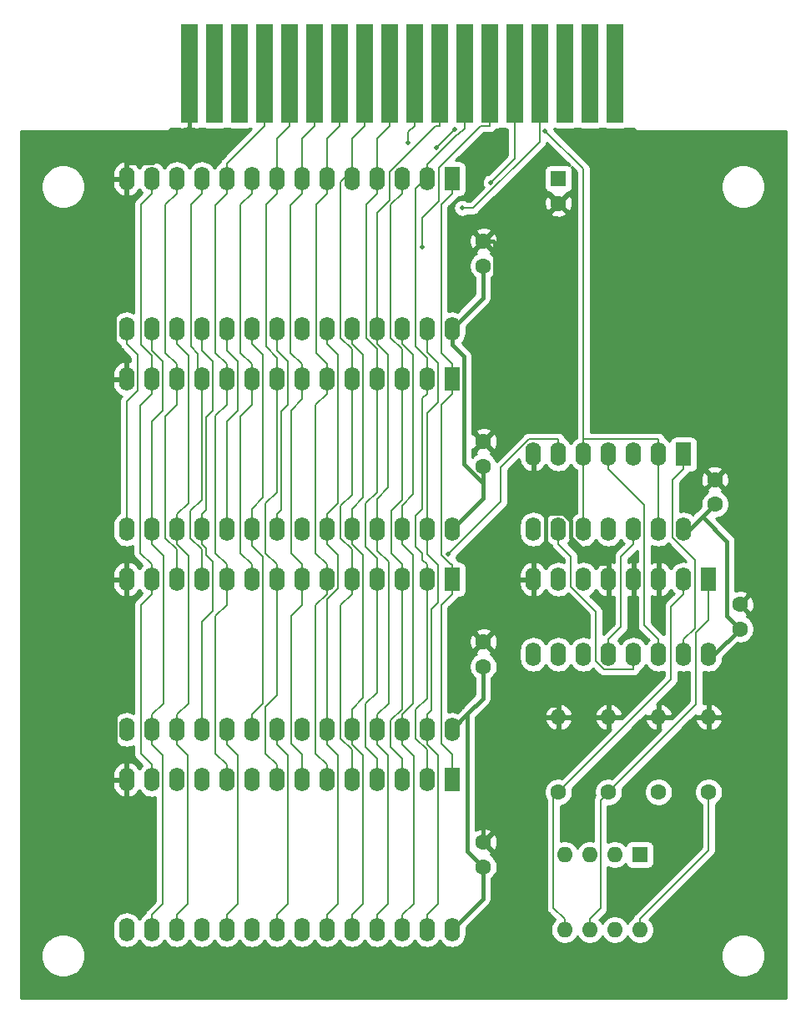
<source format=gtl>
G04 #@! TF.GenerationSoftware,KiCad,Pcbnew,(5.1.9)-1*
G04 #@! TF.CreationDate,2025-03-23T14:17:02+09:00*
G04 #@! TF.ProjectId,PYUUTA16k,50595555-5441-4313-966b-2e6b69636164,rev?*
G04 #@! TF.SameCoordinates,PX53920b0PY93c3260*
G04 #@! TF.FileFunction,Copper,L1,Top*
G04 #@! TF.FilePolarity,Positive*
%FSLAX46Y46*%
G04 Gerber Fmt 4.6, Leading zero omitted, Abs format (unit mm)*
G04 Created by KiCad (PCBNEW (5.1.9)-1) date 2025-03-23 14:17:03*
%MOMM*%
%LPD*%
G01*
G04 APERTURE LIST*
G04 #@! TA.AperFunction,ComponentPad*
%ADD10C,1.600000*%
G04 #@! TD*
G04 #@! TA.AperFunction,ConnectorPad*
%ADD11R,1.780000X10.000000*%
G04 #@! TD*
G04 #@! TA.AperFunction,ComponentPad*
%ADD12O,1.600000X1.600000*%
G04 #@! TD*
G04 #@! TA.AperFunction,ComponentPad*
%ADD13R,1.600000X1.600000*%
G04 #@! TD*
G04 #@! TA.AperFunction,ComponentPad*
%ADD14R,1.600000X2.400000*%
G04 #@! TD*
G04 #@! TA.AperFunction,ComponentPad*
%ADD15O,1.600000X2.400000*%
G04 #@! TD*
G04 #@! TA.AperFunction,ViaPad*
%ADD16C,0.500000*%
G04 #@! TD*
G04 #@! TA.AperFunction,Conductor*
%ADD17C,0.400000*%
G04 #@! TD*
G04 #@! TA.AperFunction,Conductor*
%ADD18C,0.200000*%
G04 #@! TD*
G04 #@! TA.AperFunction,Conductor*
%ADD19C,0.254000*%
G04 #@! TD*
G04 #@! TA.AperFunction,Conductor*
%ADD20C,0.100000*%
G04 #@! TD*
G04 APERTURE END LIST*
D10*
X71120000Y53300000D03*
X71120000Y50800000D03*
X73660000Y40640000D03*
X73660000Y38140000D03*
X47625000Y14010000D03*
X47625000Y16510000D03*
X47625000Y36830000D03*
X47625000Y34330000D03*
X47625000Y57150000D03*
X47625000Y54650000D03*
X47625000Y74970000D03*
X47625000Y77470000D03*
D11*
X17780000Y94500000D03*
X20320000Y94500000D03*
X22860000Y94500000D03*
X25400000Y94500000D03*
X27940000Y94500000D03*
X30480000Y94500000D03*
X33020000Y94500000D03*
X35560000Y94500000D03*
X38100000Y94500000D03*
X40640000Y94500000D03*
X43180000Y94500000D03*
X45720000Y94500000D03*
X48260000Y94500000D03*
X50800000Y94500000D03*
X53340000Y94500000D03*
X55880000Y94500000D03*
X58420000Y94500000D03*
X60960000Y94500000D03*
D10*
X70485000Y21590000D03*
D12*
X70485000Y29210000D03*
X65405000Y29210000D03*
D10*
X65405000Y21590000D03*
X60325000Y21590000D03*
D12*
X60325000Y29210000D03*
X55245000Y29210000D03*
D10*
X55245000Y21590000D03*
D13*
X63500000Y15240000D03*
D12*
X55880000Y7620000D03*
X60960000Y15240000D03*
X58420000Y7620000D03*
X58420000Y15240000D03*
X60960000Y7620000D03*
X55880000Y15240000D03*
X63500000Y7620000D03*
D14*
X44450000Y22860000D03*
D15*
X11430000Y7620000D03*
X41910000Y22860000D03*
X13970000Y7620000D03*
X39370000Y22860000D03*
X16510000Y7620000D03*
X36830000Y22860000D03*
X19050000Y7620000D03*
X34290000Y22860000D03*
X21590000Y7620000D03*
X31750000Y22860000D03*
X24130000Y7620000D03*
X29210000Y22860000D03*
X26670000Y7620000D03*
X26670000Y22860000D03*
X29210000Y7620000D03*
X24130000Y22860000D03*
X31750000Y7620000D03*
X21590000Y22860000D03*
X34290000Y7620000D03*
X19050000Y22860000D03*
X36830000Y7620000D03*
X16510000Y22860000D03*
X39370000Y7620000D03*
X13970000Y22860000D03*
X41910000Y7620000D03*
X11430000Y22860000D03*
X44450000Y7620000D03*
D14*
X44450000Y43180000D03*
D15*
X11430000Y27940000D03*
X41910000Y43180000D03*
X13970000Y27940000D03*
X39370000Y43180000D03*
X16510000Y27940000D03*
X36830000Y43180000D03*
X19050000Y27940000D03*
X34290000Y43180000D03*
X21590000Y27940000D03*
X31750000Y43180000D03*
X24130000Y27940000D03*
X29210000Y43180000D03*
X26670000Y27940000D03*
X26670000Y43180000D03*
X29210000Y27940000D03*
X24130000Y43180000D03*
X31750000Y27940000D03*
X21590000Y43180000D03*
X34290000Y27940000D03*
X19050000Y43180000D03*
X36830000Y27940000D03*
X16510000Y43180000D03*
X39370000Y27940000D03*
X13970000Y43180000D03*
X41910000Y27940000D03*
X11430000Y43180000D03*
X44450000Y27940000D03*
X44450000Y48260000D03*
X11430000Y63500000D03*
X41910000Y48260000D03*
X13970000Y63500000D03*
X39370000Y48260000D03*
X16510000Y63500000D03*
X36830000Y48260000D03*
X19050000Y63500000D03*
X34290000Y48260000D03*
X21590000Y63500000D03*
X31750000Y48260000D03*
X24130000Y63500000D03*
X29210000Y48260000D03*
X26670000Y63500000D03*
X26670000Y48260000D03*
X29210000Y63500000D03*
X24130000Y48260000D03*
X31750000Y63500000D03*
X21590000Y48260000D03*
X34290000Y63500000D03*
X19050000Y48260000D03*
X36830000Y63500000D03*
X16510000Y48260000D03*
X39370000Y63500000D03*
X13970000Y48260000D03*
X41910000Y63500000D03*
X11430000Y48260000D03*
D14*
X44450000Y63500000D03*
D15*
X44450000Y68580000D03*
X11430000Y83820000D03*
X41910000Y68580000D03*
X13970000Y83820000D03*
X39370000Y68580000D03*
X16510000Y83820000D03*
X36830000Y68580000D03*
X19050000Y83820000D03*
X34290000Y68580000D03*
X21590000Y83820000D03*
X31750000Y68580000D03*
X24130000Y83820000D03*
X29210000Y68580000D03*
X26670000Y83820000D03*
X26670000Y68580000D03*
X29210000Y83820000D03*
X24130000Y68580000D03*
X31750000Y83820000D03*
X21590000Y68580000D03*
X34290000Y83820000D03*
X19050000Y68580000D03*
X36830000Y83820000D03*
X16510000Y68580000D03*
X39370000Y83820000D03*
X13970000Y68580000D03*
X41910000Y83820000D03*
X11430000Y68580000D03*
D14*
X44450000Y83820000D03*
X70485000Y43180000D03*
D15*
X52705000Y35560000D03*
X67945000Y43180000D03*
X55245000Y35560000D03*
X65405000Y43180000D03*
X57785000Y35560000D03*
X62865000Y43180000D03*
X60325000Y35560000D03*
X60325000Y43180000D03*
X62865000Y35560000D03*
X57785000Y43180000D03*
X65405000Y35560000D03*
X55245000Y43180000D03*
X67945000Y35560000D03*
X52705000Y43180000D03*
X70485000Y35560000D03*
D14*
X67945000Y55880000D03*
D15*
X52705000Y48260000D03*
X65405000Y55880000D03*
X55245000Y48260000D03*
X62865000Y55880000D03*
X57785000Y48260000D03*
X60325000Y55880000D03*
X60325000Y48260000D03*
X57785000Y55880000D03*
X62865000Y48260000D03*
X55245000Y55880000D03*
X65405000Y48260000D03*
X52705000Y55880000D03*
X67945000Y48260000D03*
D13*
X55245000Y83820000D03*
D10*
X55245000Y81320000D03*
D16*
X39970000Y87492000D03*
X45457800Y80837900D03*
X48379500Y83439900D03*
X41407700Y76886000D03*
X44737100Y88836100D03*
X42875800Y86974800D03*
X53895000Y88692000D03*
X44074900Y45703900D03*
D17*
X44450000Y68580000D02*
X44450000Y66979700D01*
X47625000Y53063600D02*
X47474800Y53063600D01*
X47474800Y53063600D02*
X45650400Y54888000D01*
X45650400Y54888000D02*
X45650400Y65779300D01*
X45650400Y65779300D02*
X44450000Y66979700D01*
X47625000Y53063600D02*
X47625000Y51435000D01*
X47625000Y51435000D02*
X44450000Y48260000D01*
X47625000Y54650000D02*
X47625000Y53063600D01*
X69850000Y49530000D02*
X72360400Y47019600D01*
X72360400Y47019600D02*
X72360400Y39439600D01*
X72360400Y39439600D02*
X73660000Y38140000D01*
X69850000Y49530000D02*
X68580000Y48260000D01*
X68580000Y48260000D02*
X67945000Y48260000D01*
X71120000Y50800000D02*
X69850000Y49530000D01*
X47625000Y74970000D02*
X47625000Y71755000D01*
X47625000Y71755000D02*
X44450000Y68580000D01*
X46037500Y29527500D02*
X46037500Y15597500D01*
X46037500Y15597500D02*
X47625000Y14010000D01*
X46037500Y29527500D02*
X44450000Y27940000D01*
X47625000Y34330000D02*
X47625000Y31115000D01*
X47625000Y31115000D02*
X46037500Y29527500D01*
X73660000Y38140000D02*
X71080000Y35560000D01*
X71080000Y35560000D02*
X70485000Y35560000D01*
X47625000Y14010000D02*
X47625000Y10795000D01*
X47625000Y10795000D02*
X44450000Y7620000D01*
X11430000Y83820000D02*
X11430000Y82219700D01*
X11430000Y63500000D02*
X11430000Y65100300D01*
X11430000Y65100300D02*
X10184300Y66346000D01*
X10184300Y66346000D02*
X10184300Y80974000D01*
X10184300Y80974000D02*
X11430000Y82219700D01*
X55245000Y29210000D02*
X55245000Y30410300D01*
X47625000Y36830000D02*
X54044700Y30410300D01*
X54044700Y30410300D02*
X55245000Y30410300D01*
X55245000Y29210000D02*
X55245000Y28009700D01*
X55245000Y28009700D02*
X47625000Y20389700D01*
X47625000Y20389700D02*
X47625000Y16510000D01*
X48825400Y77298100D02*
X51223100Y77298100D01*
X51223100Y77298100D02*
X55245000Y81320000D01*
X47625000Y77470000D02*
X48653500Y77470000D01*
X48653500Y77470000D02*
X48825400Y77298100D01*
X47625000Y57150000D02*
X48825400Y58350400D01*
X48825400Y58350400D02*
X48825400Y77298100D01*
X17780000Y94500000D02*
X17780000Y89099700D01*
X11430000Y83820000D02*
X11430000Y85420300D01*
X11430000Y85420300D02*
X14100600Y85420300D01*
X14100600Y85420300D02*
X17780000Y89099700D01*
X11430000Y22860000D02*
X11430000Y24460300D01*
X11430000Y43180000D02*
X11430000Y41579700D01*
X11430000Y41579700D02*
X10226400Y40376100D01*
X10226400Y40376100D02*
X10226400Y25663900D01*
X10226400Y25663900D02*
X11430000Y24460300D01*
X53974900Y49869900D02*
X53974900Y46050200D01*
X53974900Y46050200D02*
X52705000Y44780300D01*
X52705000Y54279700D02*
X53974900Y53009800D01*
X53974900Y53009800D02*
X53974900Y49869900D01*
X53974900Y49869900D02*
X55737700Y49869900D01*
X55737700Y49869900D02*
X56515000Y49092600D01*
X56515000Y49092600D02*
X56515000Y47432400D01*
X56515000Y47432400D02*
X59167100Y44780300D01*
X59167100Y44780300D02*
X60325000Y44780300D01*
X60325000Y43180000D02*
X60325000Y44780300D01*
X52705000Y43180000D02*
X52705000Y44780300D01*
X52705000Y55880000D02*
X52705000Y54279700D01*
D18*
X21590000Y7620000D02*
X21590000Y9120300D01*
X21590000Y27940000D02*
X21590000Y26439700D01*
X21590000Y26439700D02*
X22701100Y25328600D01*
X22701100Y25328600D02*
X22701100Y10231400D01*
X22701100Y10231400D02*
X21590000Y9120300D01*
X21590000Y48260000D02*
X21590000Y49760300D01*
X21590000Y68580000D02*
X21590000Y66415500D01*
X21590000Y66415500D02*
X22694200Y65311300D01*
X22694200Y65311300D02*
X22694200Y60280800D01*
X22694200Y60280800D02*
X21590000Y59176600D01*
X21590000Y59176600D02*
X21590000Y49760300D01*
X19050000Y48260000D02*
X19050000Y49760300D01*
X19050000Y68580000D02*
X19050000Y66415500D01*
X19050000Y66415500D02*
X20169900Y65295600D01*
X20169900Y65295600D02*
X20169900Y60296500D01*
X20169900Y60296500D02*
X19505900Y59632500D01*
X19505900Y59632500D02*
X19505900Y50216200D01*
X19505900Y50216200D02*
X19050000Y49760300D01*
X19050000Y48260000D02*
X19050000Y46759700D01*
X19050000Y46759700D02*
X19510000Y46299700D01*
X19510000Y46299700D02*
X19510000Y45635500D01*
X19510000Y45635500D02*
X20168600Y44976900D01*
X20168600Y44976900D02*
X20168600Y39975200D01*
X20168600Y39975200D02*
X19050000Y38856600D01*
X19050000Y38856600D02*
X19050000Y27940000D01*
X16510000Y27940000D02*
X16510000Y29440300D01*
X16510000Y48260000D02*
X16510000Y46759700D01*
X16510000Y46759700D02*
X17679600Y45590100D01*
X17679600Y45590100D02*
X17679600Y30609900D01*
X17679600Y30609900D02*
X16510000Y29440300D01*
X16510000Y49010200D02*
X16510000Y48260000D01*
X16510000Y7620000D02*
X16510000Y9120300D01*
X16510000Y27940000D02*
X16510000Y26439700D01*
X16510000Y26439700D02*
X17621100Y25328600D01*
X17621100Y25328600D02*
X17621100Y10231400D01*
X17621100Y10231400D02*
X16510000Y9120300D01*
X16510000Y49010200D02*
X16510000Y49760300D01*
X16510000Y68580000D02*
X16510000Y67079700D01*
X16510000Y67079700D02*
X17679600Y65910100D01*
X17679600Y65910100D02*
X17679600Y50929900D01*
X17679600Y50929900D02*
X16510000Y49760300D01*
X13970000Y48260000D02*
X13970000Y49760300D01*
X13970000Y68580000D02*
X13970000Y67079700D01*
X13970000Y67079700D02*
X13970000Y66415500D01*
X13970000Y66415500D02*
X15074200Y65311300D01*
X15074200Y65311300D02*
X15074200Y60280800D01*
X15074200Y60280800D02*
X13970000Y59176600D01*
X13970000Y59176600D02*
X13970000Y49760300D01*
X13970000Y27940000D02*
X13970000Y29440300D01*
X13970000Y48260000D02*
X13970000Y46759700D01*
X13970000Y46759700D02*
X15139600Y45590100D01*
X15139600Y45590100D02*
X15139600Y30609900D01*
X15139600Y30609900D02*
X13970000Y29440300D01*
X13970000Y7620000D02*
X13970000Y9120300D01*
X13970000Y27940000D02*
X13970000Y26439700D01*
X13970000Y26439700D02*
X15081100Y25328600D01*
X15081100Y25328600D02*
X15081100Y10231400D01*
X15081100Y10231400D02*
X13970000Y9120300D01*
X11430000Y67079700D02*
X12544400Y65965300D01*
X12544400Y65965300D02*
X12544400Y62306400D01*
X12544400Y62306400D02*
X11430000Y61192000D01*
X11430000Y61192000D02*
X11430000Y48260000D01*
X11430000Y68580000D02*
X11430000Y67079700D01*
X13970000Y83820000D02*
X13970000Y82319700D01*
X13970000Y82319700D02*
X12868200Y81217900D01*
X12868200Y81217900D02*
X12868200Y66951000D01*
X12868200Y66951000D02*
X13970000Y65849200D01*
X13970000Y65849200D02*
X13970000Y63500000D01*
X13970000Y43180000D02*
X13970000Y44680300D01*
X13970000Y63500000D02*
X13970000Y61999700D01*
X13970000Y61999700D02*
X12800400Y60830100D01*
X12800400Y60830100D02*
X12800400Y45849900D01*
X12800400Y45849900D02*
X13970000Y44680300D01*
X13970000Y43180000D02*
X13970000Y41679700D01*
X13970000Y41679700D02*
X12858800Y40568500D01*
X12858800Y40568500D02*
X12858800Y25471500D01*
X12858800Y25471500D02*
X13970000Y24360300D01*
X13970000Y22860000D02*
X13970000Y24360300D01*
X16510000Y43180000D02*
X16510000Y46193400D01*
X16510000Y46193400D02*
X15374400Y47329000D01*
X15374400Y47329000D02*
X15374400Y59731900D01*
X15374400Y59731900D02*
X16510000Y60867500D01*
X16510000Y60867500D02*
X16510000Y61999700D01*
X16510000Y63500000D02*
X16510000Y65000300D01*
X16510000Y63500000D02*
X16510000Y61999700D01*
X16510000Y82319700D02*
X15374500Y81184200D01*
X15374500Y81184200D02*
X15374500Y66135800D01*
X15374500Y66135800D02*
X16510000Y65000300D01*
X16510000Y83820000D02*
X16510000Y82319700D01*
X19050000Y83820000D02*
X19050000Y82319700D01*
X19050000Y57365300D02*
X19050000Y62673200D01*
X19050000Y62673200D02*
X18649600Y63073600D01*
X18649600Y63073600D02*
X18649600Y66064900D01*
X18649600Y66064900D02*
X17935200Y66779300D01*
X17935200Y66779300D02*
X17935200Y81204900D01*
X17935200Y81204900D02*
X19050000Y82319700D01*
X19050000Y57365300D02*
X19050000Y51230600D01*
X19050000Y51230600D02*
X17914400Y50095000D01*
X17914400Y50095000D02*
X17914400Y47329000D01*
X17914400Y47329000D02*
X19050000Y46193400D01*
X19050000Y46193400D02*
X19050000Y43180000D01*
X19050000Y63500000D02*
X19050000Y57365300D01*
X40640000Y89199700D02*
X39970000Y88529700D01*
X39970000Y88529700D02*
X39970000Y87492000D01*
X39370000Y63500000D02*
X39370000Y66513400D01*
X39370000Y66513400D02*
X38234400Y67649000D01*
X38234400Y67649000D02*
X38234400Y81184100D01*
X38234400Y81184100D02*
X39370000Y82319700D01*
X40640000Y94500000D02*
X40640000Y89199700D01*
X39370000Y83820000D02*
X39370000Y82319700D01*
X39370000Y22860000D02*
X39370000Y25024500D01*
X39370000Y25024500D02*
X38225300Y26169200D01*
X38225300Y26169200D02*
X38225300Y28861900D01*
X38225300Y28861900D02*
X39370000Y30006600D01*
X39370000Y30006600D02*
X39370000Y43180000D01*
X39370000Y63500000D02*
X39370000Y51230600D01*
X39370000Y51230600D02*
X38258800Y50119400D01*
X38258800Y50119400D02*
X38258800Y45791500D01*
X38258800Y45791500D02*
X39370000Y44680300D01*
X39370000Y43180000D02*
X39370000Y44680300D01*
X36830000Y83820000D02*
X36830000Y82319700D01*
X36830000Y82319700D02*
X35729700Y81219400D01*
X35729700Y81219400D02*
X35729700Y67613800D01*
X35729700Y67613800D02*
X36830000Y66513500D01*
X36830000Y66513500D02*
X36830000Y63500000D01*
X38100000Y89199700D02*
X36830000Y87929700D01*
X36830000Y87929700D02*
X36830000Y83820000D01*
X38100000Y94500000D02*
X38100000Y89199700D01*
X36830000Y22860000D02*
X36830000Y25024500D01*
X36830000Y25024500D02*
X35709700Y26144800D01*
X35709700Y26144800D02*
X35709700Y30577000D01*
X35709700Y30577000D02*
X36830000Y31697300D01*
X36830000Y31697300D02*
X36830000Y43180000D01*
X36830000Y43180000D02*
X36830000Y45344500D01*
X36830000Y45344500D02*
X35709700Y46464800D01*
X35709700Y46464800D02*
X35709700Y50897000D01*
X35709700Y50897000D02*
X36830000Y52017300D01*
X36830000Y52017300D02*
X36830000Y63500000D01*
X39370000Y68580000D02*
X39370000Y67079700D01*
X39370000Y67079700D02*
X40514400Y65935300D01*
X40514400Y65935300D02*
X40514400Y51808700D01*
X40514400Y51808700D02*
X39370000Y50664300D01*
X39370000Y50664300D02*
X39370000Y48260000D01*
X39370000Y27940000D02*
X39370000Y29440300D01*
X39370000Y7620000D02*
X39370000Y9120300D01*
X39370000Y27940000D02*
X39370000Y26439700D01*
X39370000Y26439700D02*
X40539600Y25270100D01*
X40539600Y25270100D02*
X40539600Y10289900D01*
X40539600Y10289900D02*
X39370000Y9120300D01*
X39370000Y46759700D02*
X40524500Y45605200D01*
X40524500Y45605200D02*
X40524500Y30594800D01*
X40524500Y30594800D02*
X39370000Y29440300D01*
X39370000Y48260000D02*
X39370000Y46759700D01*
X34290000Y63500000D02*
X34290000Y51734000D01*
X34290000Y51734000D02*
X33168200Y50612200D01*
X33168200Y50612200D02*
X33168200Y47315200D01*
X33168200Y47315200D02*
X34290000Y46193400D01*
X34290000Y46193400D02*
X34290000Y43180000D01*
X34290000Y84570200D02*
X33165700Y83445900D01*
X33165700Y83445900D02*
X33165700Y67637700D01*
X33165700Y67637700D02*
X34290000Y66513400D01*
X34290000Y66513400D02*
X34290000Y63500000D01*
X34290000Y43180000D02*
X34290000Y41679700D01*
X34290000Y41679700D02*
X33165700Y40555400D01*
X33165700Y40555400D02*
X33165700Y26997700D01*
X33165700Y26997700D02*
X34290000Y25873400D01*
X34290000Y25873400D02*
X34290000Y22860000D01*
X34290000Y84570200D02*
X34290000Y87929700D01*
X34290000Y87929700D02*
X35560000Y89199700D01*
X35560000Y94500000D02*
X35560000Y89199700D01*
X34290000Y83820000D02*
X34290000Y84570200D01*
X41910000Y83959700D02*
X40790000Y82839700D01*
X40790000Y82839700D02*
X40790000Y66784500D01*
X40790000Y66784500D02*
X41910000Y65664500D01*
X41910000Y65664500D02*
X41910000Y63500000D01*
X41910000Y84570200D02*
X41910000Y85320300D01*
X41910000Y83820000D02*
X41910000Y83959700D01*
X41910000Y84570200D02*
X41910000Y83959700D01*
X41910000Y85320300D02*
X41999600Y85320300D01*
X41999600Y85320300D02*
X44965000Y88285700D01*
X44965000Y88285700D02*
X44965000Y88285800D01*
X44965000Y88285800D02*
X45098200Y88285800D01*
X45098200Y88285800D02*
X45719900Y88907500D01*
X45719900Y88907500D02*
X45719900Y89199700D01*
X45719900Y89199700D02*
X45720000Y89199700D01*
X45720000Y94500000D02*
X45720000Y89199700D01*
X41910000Y63500000D02*
X41910000Y61999700D01*
X41910000Y43180000D02*
X41910000Y44680300D01*
X41910000Y44680300D02*
X41453900Y45136400D01*
X41453900Y45136400D02*
X41453900Y45800600D01*
X41453900Y45800600D02*
X40789300Y46465200D01*
X40789300Y46465200D02*
X40789300Y49609700D01*
X40789300Y49609700D02*
X41454100Y50274500D01*
X41454100Y50274500D02*
X41454100Y61543800D01*
X41454100Y61543800D02*
X41910000Y61999700D01*
X41910000Y22860000D02*
X41910000Y25873400D01*
X41910000Y25873400D02*
X40774400Y27009000D01*
X40774400Y27009000D02*
X40774400Y29983500D01*
X40774400Y29983500D02*
X41910000Y31119100D01*
X41910000Y31119100D02*
X41910000Y43180000D01*
X33020000Y94500000D02*
X33020000Y89199700D01*
X31750000Y83820000D02*
X31750000Y87929700D01*
X31750000Y87929700D02*
X33020000Y89199700D01*
X31750000Y83386500D02*
X31750000Y83820000D01*
X31750000Y83386500D02*
X31750000Y82319700D01*
X31750000Y43180000D02*
X31750000Y41679700D01*
X31750000Y22860000D02*
X31750000Y24360300D01*
X31750000Y24360300D02*
X30621400Y25488900D01*
X30621400Y25488900D02*
X30621400Y40551100D01*
X30621400Y40551100D02*
X31750000Y41679700D01*
X31750000Y63500000D02*
X31750000Y61999700D01*
X31750000Y43180000D02*
X31750000Y44680300D01*
X31750000Y44680300D02*
X30621400Y45808900D01*
X30621400Y45808900D02*
X30621400Y60871100D01*
X30621400Y60871100D02*
X31750000Y61999700D01*
X31750000Y63500000D02*
X31750000Y65000300D01*
X31750000Y65000300D02*
X30638800Y66111500D01*
X30638800Y66111500D02*
X30638800Y81208500D01*
X30638800Y81208500D02*
X31750000Y82319700D01*
X31750000Y46759700D02*
X32864400Y45645300D01*
X32864400Y45645300D02*
X32864400Y42227800D01*
X32864400Y42227800D02*
X31750000Y41113400D01*
X31750000Y41113400D02*
X31750000Y27940000D01*
X31750000Y48260000D02*
X31750000Y46759700D01*
X31750000Y49010200D02*
X31750000Y48260000D01*
X31750000Y67079700D02*
X32861100Y65968600D01*
X32861100Y65968600D02*
X32861100Y50871400D01*
X32861100Y50871400D02*
X31750000Y49760300D01*
X31750000Y7620000D02*
X31750000Y9120300D01*
X31750000Y27940000D02*
X31750000Y26439700D01*
X31750000Y26439700D02*
X32861100Y25328600D01*
X32861100Y25328600D02*
X32861100Y10231400D01*
X32861100Y10231400D02*
X31750000Y9120300D01*
X31750000Y49010200D02*
X31750000Y49760300D01*
X31750000Y68580000D02*
X31750000Y67079700D01*
X46591502Y80837900D02*
X45457800Y80837900D01*
X53340000Y87586398D02*
X46591502Y80837900D01*
X53340000Y94500000D02*
X53340000Y87586398D01*
X29210000Y44680300D02*
X28098800Y45791500D01*
X28098800Y45791500D02*
X28098800Y60322400D01*
X28098800Y60322400D02*
X29210000Y61433600D01*
X29210000Y61433600D02*
X29210000Y61999700D01*
X29210000Y63500000D02*
X29210000Y65000300D01*
X29210000Y43180000D02*
X29210000Y44680300D01*
X29210000Y63500000D02*
X29210000Y61999700D01*
X29210000Y82319700D02*
X28040500Y81150200D01*
X28040500Y81150200D02*
X28040500Y66169800D01*
X28040500Y66169800D02*
X29210000Y65000300D01*
X29210000Y83820000D02*
X29210000Y82319700D01*
X30480000Y94500000D02*
X30480000Y89199700D01*
X29210000Y83820000D02*
X29210000Y87929700D01*
X29210000Y87929700D02*
X30480000Y89199700D01*
X29210000Y22860000D02*
X29210000Y25411100D01*
X29210000Y25411100D02*
X28109100Y26512000D01*
X28109100Y26512000D02*
X28109100Y39446600D01*
X28109100Y39446600D02*
X29210000Y40547500D01*
X29210000Y40547500D02*
X29210000Y41679700D01*
X29210000Y43180000D02*
X29210000Y41679700D01*
X26670000Y48260000D02*
X26670000Y49760300D01*
X26670000Y68580000D02*
X26670000Y66415500D01*
X26670000Y66415500D02*
X27798600Y65286900D01*
X27798600Y65286900D02*
X27798600Y60871300D01*
X27798600Y60871300D02*
X27125900Y60198600D01*
X27125900Y60198600D02*
X27125900Y50216200D01*
X27125900Y50216200D02*
X26670000Y49760300D01*
X26670000Y7620000D02*
X26670000Y9120300D01*
X26670000Y27940000D02*
X26670000Y26439700D01*
X26670000Y26439700D02*
X27781100Y25328600D01*
X27781100Y25328600D02*
X27781100Y10231400D01*
X27781100Y10231400D02*
X26670000Y9120300D01*
X50800000Y85860400D02*
X48379500Y83439900D01*
X50800000Y94500000D02*
X50800000Y85860400D01*
X41407700Y76886000D02*
X41407700Y79843700D01*
X41407700Y79843700D02*
X43078200Y81514200D01*
X43078200Y81514200D02*
X43078200Y84931600D01*
X43078200Y84931600D02*
X47346300Y89199700D01*
X47346300Y89199700D02*
X48260000Y89199700D01*
X48260000Y94500000D02*
X48260000Y89199700D01*
X34290000Y46759700D02*
X35411200Y45638500D01*
X35411200Y45638500D02*
X35411200Y31127600D01*
X35411200Y31127600D02*
X34290000Y30006400D01*
X34290000Y30006400D02*
X34290000Y29440300D01*
X34290000Y67079700D02*
X35411200Y65958500D01*
X35411200Y65958500D02*
X35411200Y51447600D01*
X35411200Y51447600D02*
X34290000Y50326400D01*
X34290000Y50326400D02*
X34290000Y49760300D01*
X34290000Y7620000D02*
X34290000Y9120300D01*
X34290000Y27940000D02*
X34290000Y26439700D01*
X34290000Y26439700D02*
X35401100Y25328600D01*
X35401100Y25328600D02*
X35401100Y10231400D01*
X35401100Y10231400D02*
X34290000Y9120300D01*
X34290000Y28690200D02*
X34290000Y27940000D01*
X34290000Y28690200D02*
X34290000Y29440300D01*
X34290000Y48260000D02*
X34290000Y46759700D01*
X34290000Y49010200D02*
X34290000Y48260000D01*
X34290000Y49010200D02*
X34290000Y49760300D01*
X34290000Y68580000D02*
X34290000Y67079700D01*
X43180000Y94500000D02*
X43180000Y89199700D01*
X36830000Y68580000D02*
X36830000Y80346000D01*
X36830000Y80346000D02*
X38100000Y81616000D01*
X38100000Y81616000D02*
X38100000Y84534200D01*
X38100000Y84534200D02*
X42765500Y89199700D01*
X42765500Y89199700D02*
X43180000Y89199700D01*
X36830000Y67829900D02*
X36830000Y68580000D01*
X36830000Y67829900D02*
X36830000Y67079700D01*
X36830000Y67079700D02*
X37954200Y65955500D01*
X37954200Y65955500D02*
X37954200Y52458000D01*
X37954200Y52458000D02*
X36830000Y51333800D01*
X36830000Y51333800D02*
X36830000Y48260000D01*
X36830000Y7620000D02*
X36830000Y9120300D01*
X36830000Y27940000D02*
X36830000Y26439700D01*
X36830000Y26439700D02*
X37941100Y25328600D01*
X37941100Y25328600D02*
X37941100Y10231400D01*
X37941100Y10231400D02*
X36830000Y9120300D01*
X36830000Y28690200D02*
X36830000Y27940000D01*
X36830000Y28690200D02*
X36830000Y29440300D01*
X36830000Y48260000D02*
X36830000Y46095500D01*
X36830000Y46095500D02*
X37999600Y44925900D01*
X37999600Y44925900D02*
X37999600Y30609900D01*
X37999600Y30609900D02*
X36830000Y29440300D01*
X26670000Y22860000D02*
X26670000Y24360300D01*
X26670000Y43180000D02*
X26670000Y31414000D01*
X26670000Y31414000D02*
X25500400Y30244400D01*
X25500400Y30244400D02*
X25500400Y25529900D01*
X25500400Y25529900D02*
X26670000Y24360300D01*
X26670000Y43930200D02*
X26670000Y43180000D01*
X27940000Y94500000D02*
X27940000Y89199700D01*
X26670000Y83820000D02*
X26670000Y87929700D01*
X26670000Y87929700D02*
X27940000Y89199700D01*
X26670000Y83386500D02*
X26670000Y83820000D01*
X26670000Y83386500D02*
X26670000Y82319700D01*
X26670000Y43930200D02*
X26670000Y44680300D01*
X26670000Y44680300D02*
X25549700Y45800600D01*
X25549700Y45800600D02*
X25549700Y50897000D01*
X25549700Y50897000D02*
X26670000Y52017300D01*
X26670000Y52017300D02*
X26670000Y63500000D01*
X26670000Y63500000D02*
X26670000Y65664500D01*
X26670000Y65664500D02*
X25558800Y66775700D01*
X25558800Y66775700D02*
X25558800Y81208500D01*
X25558800Y81208500D02*
X26670000Y82319700D01*
X21590000Y44680300D02*
X20470100Y45800200D01*
X20470100Y45800200D02*
X20470100Y59747600D01*
X20470100Y59747600D02*
X21590000Y60867500D01*
X21590000Y60867500D02*
X21590000Y61999700D01*
X21590000Y24360300D02*
X20468800Y25481500D01*
X20468800Y25481500D02*
X20468800Y39426300D01*
X20468800Y39426300D02*
X21590000Y40547500D01*
X21590000Y40547500D02*
X21590000Y41679700D01*
X21590000Y43180000D02*
X21590000Y44680300D01*
X21590000Y22860000D02*
X21590000Y24360300D01*
X21590000Y43180000D02*
X21590000Y41679700D01*
X21590000Y63500000D02*
X21590000Y65000300D01*
X21590000Y63500000D02*
X21590000Y61999700D01*
X21590000Y82319700D02*
X20420500Y81150200D01*
X20420500Y81150200D02*
X20420500Y66169800D01*
X20420500Y66169800D02*
X21590000Y65000300D01*
X21590000Y83820000D02*
X21590000Y82319700D01*
X21590000Y83820000D02*
X21590000Y85320300D01*
X21590000Y85320300D02*
X25400000Y89130300D01*
X25400000Y89130300D02*
X25400000Y94500000D01*
X42875800Y86974800D02*
X44737100Y88836100D01*
X24130000Y43180000D02*
X24130000Y44680300D01*
X24130000Y44680300D02*
X22994400Y45815900D01*
X22994400Y45815900D02*
X22994400Y59731900D01*
X22994400Y59731900D02*
X24130000Y60867500D01*
X24130000Y60867500D02*
X24130000Y61999700D01*
X24130000Y63500000D02*
X24130000Y65000300D01*
X24130000Y63500000D02*
X24130000Y61999700D01*
X24130000Y82319700D02*
X22994500Y81184200D01*
X22994500Y81184200D02*
X22994500Y66135800D01*
X22994500Y66135800D02*
X24130000Y65000300D01*
X24130000Y83820000D02*
X24130000Y82319700D01*
X57785000Y57380300D02*
X57785000Y84802000D01*
X57785000Y84802000D02*
X53895000Y88692000D01*
X57785000Y55880000D02*
X57785000Y57380300D01*
X65405000Y57380300D02*
X57785000Y57380300D01*
X65405000Y55880000D02*
X65405000Y57380300D01*
X65405000Y48260000D02*
X65405000Y55880000D01*
X57785000Y48260000D02*
X57785000Y55880000D01*
X24130000Y46759700D02*
X24130000Y46591600D01*
X24130000Y46591600D02*
X25232600Y45489000D01*
X25232600Y45489000D02*
X25232600Y30542900D01*
X25232600Y30542900D02*
X24130000Y29440300D01*
X24130000Y48260000D02*
X24130000Y46759700D01*
X24130000Y27940000D02*
X24130000Y29440300D01*
X24130000Y67079700D02*
X25251200Y65958500D01*
X25251200Y65958500D02*
X25251200Y51447600D01*
X25251200Y51447600D02*
X24130000Y50326400D01*
X24130000Y50326400D02*
X24130000Y49760300D01*
X24130000Y49010200D02*
X24130000Y48260000D01*
X24130000Y49010200D02*
X24130000Y49760300D01*
X24130000Y68580000D02*
X24130000Y67079700D01*
X63500000Y7620000D02*
X63500000Y8720300D01*
X63500000Y8720300D02*
X70485000Y15705300D01*
X70485000Y15705300D02*
X70485000Y21590000D01*
X41910000Y27940000D02*
X41910000Y29440300D01*
X41910000Y29440300D02*
X42379800Y29910100D01*
X42379800Y29910100D02*
X42379800Y40175800D01*
X42379800Y40175800D02*
X43042400Y40838400D01*
X43042400Y40838400D02*
X43042400Y44587300D01*
X43042400Y44587300D02*
X41910000Y45719700D01*
X41910000Y45719700D02*
X41910000Y48260000D01*
X41910000Y27189900D02*
X41910000Y27940000D01*
X41910000Y27189900D02*
X41910000Y26439700D01*
X41910000Y7620000D02*
X41910000Y9120300D01*
X41910000Y26439700D02*
X43056800Y25292900D01*
X43056800Y25292900D02*
X43056800Y10267100D01*
X43056800Y10267100D02*
X41910000Y9120300D01*
X41910000Y48260000D02*
X41910000Y60026000D01*
X41910000Y60026000D02*
X43042400Y61158400D01*
X43042400Y61158400D02*
X43042400Y65098400D01*
X43042400Y65098400D02*
X41910000Y66230800D01*
X41910000Y66230800D02*
X41910000Y68580000D01*
X44450000Y61999700D02*
X43349700Y60899400D01*
X43349700Y60899400D02*
X43349700Y45650900D01*
X43349700Y45650900D02*
X44320300Y44680300D01*
X44320300Y44680300D02*
X44450000Y44680300D01*
X44450000Y65000300D02*
X43349700Y66100600D01*
X43349700Y66100600D02*
X43349700Y81219400D01*
X43349700Y81219400D02*
X44450000Y82319700D01*
X44450000Y22860000D02*
X44450000Y25446800D01*
X44450000Y25446800D02*
X43349600Y26547200D01*
X43349600Y26547200D02*
X43349600Y40579300D01*
X43349600Y40579300D02*
X44450000Y41679700D01*
X44450000Y43180000D02*
X44450000Y41679700D01*
X44450000Y43930200D02*
X44450000Y43180000D01*
X44450000Y43930200D02*
X44450000Y44680300D01*
X44450000Y63500000D02*
X44450000Y61999700D01*
X44450000Y64250200D02*
X44450000Y63500000D01*
X44450000Y64250200D02*
X44450000Y65000300D01*
X44450000Y83820000D02*
X44450000Y82319700D01*
X70485000Y43180000D02*
X70485000Y39034000D01*
X70485000Y39034000D02*
X69215000Y37764000D01*
X69215000Y37764000D02*
X69215000Y30480000D01*
X69215000Y30480000D02*
X60325000Y21590000D01*
X58420000Y7620000D02*
X58420000Y8720300D01*
X58420000Y8720300D02*
X59520300Y9820600D01*
X59520300Y9820600D02*
X59520300Y20785300D01*
X59520300Y20785300D02*
X60325000Y21590000D01*
X67945000Y43180000D02*
X67945000Y41679700D01*
X67945000Y41679700D02*
X66675000Y40409700D01*
X66675000Y40409700D02*
X66675000Y33020000D01*
X66675000Y33020000D02*
X55245000Y21590000D01*
X55245000Y21590000D02*
X54757900Y21102900D01*
X54757900Y21102900D02*
X54757900Y9842400D01*
X54757900Y9842400D02*
X55880000Y8720300D01*
X55880000Y7620000D02*
X55880000Y8720300D01*
X55245000Y55880000D02*
X55245000Y57380300D01*
X55245000Y57380300D02*
X52227500Y57380300D01*
X52227500Y57380300D02*
X49407300Y54560100D01*
X49407300Y54560100D02*
X49407300Y51036300D01*
X49407300Y51036300D02*
X44074900Y45703900D01*
X60325000Y35560000D02*
X60325000Y37060300D01*
X62865000Y48260000D02*
X62865000Y46759700D01*
X62865000Y46759700D02*
X61595000Y45489700D01*
X61595000Y45489700D02*
X61595000Y38330300D01*
X61595000Y38330300D02*
X60325000Y37060300D01*
X62865000Y35560000D02*
X62865000Y34059700D01*
X55245000Y48260000D02*
X55245000Y46759700D01*
X55245000Y46759700D02*
X56515000Y45489700D01*
X56515000Y45489700D02*
X56515000Y42433500D01*
X56515000Y42433500D02*
X59055000Y39893500D01*
X59055000Y39893500D02*
X59055000Y34866400D01*
X59055000Y34866400D02*
X59861700Y34059700D01*
X59861700Y34059700D02*
X62865000Y34059700D01*
X65405000Y35560000D02*
X65405000Y37060300D01*
X60325000Y55880000D02*
X60325000Y54379700D01*
X60325000Y54379700D02*
X63965400Y50739300D01*
X63965400Y50739300D02*
X63965400Y38499900D01*
X63965400Y38499900D02*
X65405000Y37060300D01*
X67945000Y54379700D02*
X66844600Y53279300D01*
X66844600Y53279300D02*
X66844600Y47402700D01*
X66844600Y47402700D02*
X69090000Y45157300D01*
X69090000Y45157300D02*
X69090000Y38205300D01*
X69090000Y38205300D02*
X67945000Y37060300D01*
X67945000Y35560000D02*
X67945000Y37060300D01*
X67945000Y55880000D02*
X67945000Y54379700D01*
D19*
X16890000Y88861928D02*
X17494250Y88865000D01*
X17502250Y88873000D01*
X18057750Y88873000D01*
X18065750Y88865000D01*
X18670000Y88861928D01*
X18782420Y88873000D01*
X19317580Y88873000D01*
X19430000Y88861928D01*
X21210000Y88861928D01*
X21322420Y88873000D01*
X21857580Y88873000D01*
X21970000Y88861928D01*
X23750000Y88861928D01*
X23862420Y88873000D01*
X24103253Y88873000D01*
X21095808Y85865554D01*
X21067763Y85842538D01*
X20975914Y85730620D01*
X20936010Y85655965D01*
X20907664Y85602933D01*
X20865635Y85464385D01*
X20865174Y85459701D01*
X20788900Y85418932D01*
X20570393Y85239608D01*
X20391068Y85021101D01*
X20320000Y84888142D01*
X20248932Y85021101D01*
X20069608Y85239608D01*
X19851101Y85418932D01*
X19601808Y85552182D01*
X19331309Y85634236D01*
X19050000Y85661943D01*
X18768692Y85634236D01*
X18498193Y85552182D01*
X18248900Y85418932D01*
X18030393Y85239608D01*
X17851068Y85021101D01*
X17780000Y84888142D01*
X17708932Y85021101D01*
X17529608Y85239608D01*
X17311101Y85418932D01*
X17061808Y85552182D01*
X16791309Y85634236D01*
X16510000Y85661943D01*
X16228692Y85634236D01*
X15958193Y85552182D01*
X15708900Y85418932D01*
X15490393Y85239608D01*
X15311068Y85021101D01*
X15240000Y84888142D01*
X15168932Y85021101D01*
X14989608Y85239608D01*
X14771101Y85418932D01*
X14521808Y85552182D01*
X14251309Y85634236D01*
X13970000Y85661943D01*
X13688692Y85634236D01*
X13418193Y85552182D01*
X13168900Y85418932D01*
X12950393Y85239608D01*
X12771068Y85021101D01*
X12702735Y84893259D01*
X12552601Y85122839D01*
X12354895Y85324500D01*
X12121646Y85483715D01*
X11861818Y85594367D01*
X11779039Y85611904D01*
X11557000Y85489915D01*
X11557000Y83947000D01*
X11577000Y83947000D01*
X11577000Y83693000D01*
X11557000Y83693000D01*
X11557000Y82150085D01*
X11779039Y82028096D01*
X11861818Y82045633D01*
X12121646Y82156285D01*
X12354895Y82315500D01*
X12552601Y82517161D01*
X12702735Y82746742D01*
X12771068Y82618900D01*
X12950392Y82400393D01*
X12983816Y82372963D01*
X12374008Y81763154D01*
X12345962Y81740137D01*
X12254113Y81628219D01*
X12185863Y81500532D01*
X12156584Y81404013D01*
X12143835Y81361985D01*
X12129644Y81217900D01*
X12133200Y81181795D01*
X12133201Y70231261D01*
X11981808Y70312182D01*
X11711309Y70394236D01*
X11430000Y70421943D01*
X11148692Y70394236D01*
X10878193Y70312182D01*
X10628900Y70178932D01*
X10410393Y69999608D01*
X10231068Y69781101D01*
X10097818Y69531808D01*
X10015764Y69261309D01*
X9995000Y69050492D01*
X9995000Y68109509D01*
X10015764Y67898692D01*
X10097818Y67628193D01*
X10231068Y67378900D01*
X10410392Y67160393D01*
X10628899Y66981068D01*
X10705174Y66940298D01*
X10705635Y66935615D01*
X10738942Y66825819D01*
X10747664Y66797067D01*
X10815914Y66669380D01*
X10907763Y66557462D01*
X10935808Y66534446D01*
X11809400Y65660853D01*
X11809400Y65285472D01*
X11779039Y65291904D01*
X11557000Y65169915D01*
X11557000Y63627000D01*
X11577000Y63627000D01*
X11577000Y63373000D01*
X11557000Y63373000D01*
X11557000Y63353000D01*
X11303000Y63353000D01*
X11303000Y63373000D01*
X9995000Y63373000D01*
X9995000Y62973000D01*
X10047350Y62695486D01*
X10152834Y62433517D01*
X10307399Y62197161D01*
X10505105Y61995500D01*
X10738354Y61836285D01*
X10946287Y61747733D01*
X10935808Y61737254D01*
X10907762Y61714237D01*
X10815913Y61602319D01*
X10747663Y61474632D01*
X10731587Y61421637D01*
X10705635Y61336085D01*
X10691444Y61192000D01*
X10695000Y61155895D01*
X10695001Y49894264D01*
X10628900Y49858932D01*
X10410393Y49679608D01*
X10231068Y49461101D01*
X10097818Y49211808D01*
X10015764Y48941309D01*
X9995000Y48730492D01*
X9995000Y47789509D01*
X10015764Y47578692D01*
X10097818Y47308193D01*
X10231068Y47058900D01*
X10410392Y46840393D01*
X10628899Y46661068D01*
X10878192Y46527818D01*
X11148691Y46445764D01*
X11430000Y46418057D01*
X11711308Y46445764D01*
X11981807Y46527818D01*
X12065401Y46572500D01*
X12065401Y45886015D01*
X12061844Y45849900D01*
X12076035Y45705815D01*
X12111137Y45590101D01*
X12118064Y45567267D01*
X12186314Y45439580D01*
X12278163Y45327662D01*
X12306208Y45304646D01*
X12983816Y44627037D01*
X12950393Y44599608D01*
X12771068Y44381101D01*
X12702735Y44253259D01*
X12552601Y44482839D01*
X12354895Y44684500D01*
X12121646Y44843715D01*
X11861818Y44954367D01*
X11779039Y44971904D01*
X11557000Y44849915D01*
X11557000Y43307000D01*
X11577000Y43307000D01*
X11577000Y43053000D01*
X11557000Y43053000D01*
X11557000Y41510085D01*
X11779039Y41388096D01*
X11861818Y41405633D01*
X12121646Y41516285D01*
X12354895Y41675500D01*
X12552601Y41877161D01*
X12702735Y42106742D01*
X12771068Y41978900D01*
X12950392Y41760393D01*
X12983816Y41732963D01*
X12364608Y41113754D01*
X12336562Y41090737D01*
X12244713Y40978819D01*
X12176463Y40851132D01*
X12157885Y40789887D01*
X12134435Y40712585D01*
X12120244Y40568500D01*
X12123800Y40532395D01*
X12123801Y29596285D01*
X11981808Y29672182D01*
X11711309Y29754236D01*
X11430000Y29781943D01*
X11148692Y29754236D01*
X10878193Y29672182D01*
X10628900Y29538932D01*
X10410393Y29359608D01*
X10231068Y29141101D01*
X10097818Y28891808D01*
X10015764Y28621309D01*
X9995000Y28410492D01*
X9995000Y27469509D01*
X10015764Y27258692D01*
X10097818Y26988193D01*
X10231068Y26738900D01*
X10410392Y26520393D01*
X10628899Y26341068D01*
X10878192Y26207818D01*
X11148691Y26125764D01*
X11430000Y26098057D01*
X11711308Y26125764D01*
X11981807Y26207818D01*
X12123801Y26283715D01*
X12123801Y25507615D01*
X12120244Y25471500D01*
X12134435Y25327415D01*
X12175798Y25191064D01*
X12176464Y25188867D01*
X12244714Y25061180D01*
X12336563Y24949262D01*
X12364608Y24926246D01*
X12983816Y24307037D01*
X12950393Y24279608D01*
X12771068Y24061101D01*
X12702735Y23933259D01*
X12552601Y24162839D01*
X12354895Y24364500D01*
X12121646Y24523715D01*
X11861818Y24634367D01*
X11779039Y24651904D01*
X11557000Y24529915D01*
X11557000Y22987000D01*
X11577000Y22987000D01*
X11577000Y22733000D01*
X11557000Y22733000D01*
X11557000Y21190085D01*
X11779039Y21068096D01*
X11861818Y21085633D01*
X12121646Y21196285D01*
X12354895Y21355500D01*
X12552601Y21557161D01*
X12702735Y21786742D01*
X12771068Y21658900D01*
X12950392Y21440393D01*
X13168899Y21261068D01*
X13418192Y21127818D01*
X13688691Y21045764D01*
X13970000Y21018057D01*
X14251308Y21045764D01*
X14346100Y21074519D01*
X14346101Y10535848D01*
X13475808Y9665554D01*
X13447763Y9642538D01*
X13355914Y9530620D01*
X13309970Y9444665D01*
X13287664Y9402933D01*
X13245635Y9264385D01*
X13245174Y9259701D01*
X13168900Y9218932D01*
X12950393Y9039608D01*
X12771068Y8821101D01*
X12700000Y8688142D01*
X12628932Y8821101D01*
X12449608Y9039608D01*
X12231101Y9218932D01*
X11981808Y9352182D01*
X11711309Y9434236D01*
X11430000Y9461943D01*
X11148692Y9434236D01*
X10878193Y9352182D01*
X10628900Y9218932D01*
X10410393Y9039608D01*
X10231068Y8821101D01*
X10097818Y8571808D01*
X10015764Y8301309D01*
X9995000Y8090492D01*
X9995000Y7149509D01*
X10015764Y6938692D01*
X10097818Y6668193D01*
X10231068Y6418900D01*
X10410392Y6200393D01*
X10628899Y6021068D01*
X10878192Y5887818D01*
X11148691Y5805764D01*
X11430000Y5778057D01*
X11711308Y5805764D01*
X11981807Y5887818D01*
X12231100Y6021068D01*
X12449607Y6200392D01*
X12628932Y6418899D01*
X12700000Y6551858D01*
X12771068Y6418900D01*
X12950392Y6200393D01*
X13168899Y6021068D01*
X13418192Y5887818D01*
X13688691Y5805764D01*
X13970000Y5778057D01*
X14251308Y5805764D01*
X14521807Y5887818D01*
X14771100Y6021068D01*
X14989607Y6200392D01*
X15168932Y6418899D01*
X15240000Y6551858D01*
X15311068Y6418900D01*
X15490392Y6200393D01*
X15708899Y6021068D01*
X15958192Y5887818D01*
X16228691Y5805764D01*
X16510000Y5778057D01*
X16791308Y5805764D01*
X17061807Y5887818D01*
X17311100Y6021068D01*
X17529607Y6200392D01*
X17708932Y6418899D01*
X17780000Y6551858D01*
X17851068Y6418900D01*
X18030392Y6200393D01*
X18248899Y6021068D01*
X18498192Y5887818D01*
X18768691Y5805764D01*
X19050000Y5778057D01*
X19331308Y5805764D01*
X19601807Y5887818D01*
X19851100Y6021068D01*
X20069607Y6200392D01*
X20248932Y6418899D01*
X20320000Y6551858D01*
X20391068Y6418900D01*
X20570392Y6200393D01*
X20788899Y6021068D01*
X21038192Y5887818D01*
X21308691Y5805764D01*
X21590000Y5778057D01*
X21871308Y5805764D01*
X22141807Y5887818D01*
X22391100Y6021068D01*
X22609607Y6200392D01*
X22788932Y6418899D01*
X22860000Y6551858D01*
X22931068Y6418900D01*
X23110392Y6200393D01*
X23328899Y6021068D01*
X23578192Y5887818D01*
X23848691Y5805764D01*
X24130000Y5778057D01*
X24411308Y5805764D01*
X24681807Y5887818D01*
X24931100Y6021068D01*
X25149607Y6200392D01*
X25328932Y6418899D01*
X25400000Y6551858D01*
X25471068Y6418900D01*
X25650392Y6200393D01*
X25868899Y6021068D01*
X26118192Y5887818D01*
X26388691Y5805764D01*
X26670000Y5778057D01*
X26951308Y5805764D01*
X27221807Y5887818D01*
X27471100Y6021068D01*
X27689607Y6200392D01*
X27868932Y6418899D01*
X27940000Y6551858D01*
X28011068Y6418900D01*
X28190392Y6200393D01*
X28408899Y6021068D01*
X28658192Y5887818D01*
X28928691Y5805764D01*
X29210000Y5778057D01*
X29491308Y5805764D01*
X29761807Y5887818D01*
X30011100Y6021068D01*
X30229607Y6200392D01*
X30408932Y6418899D01*
X30480000Y6551858D01*
X30551068Y6418900D01*
X30730392Y6200393D01*
X30948899Y6021068D01*
X31198192Y5887818D01*
X31468691Y5805764D01*
X31750000Y5778057D01*
X32031308Y5805764D01*
X32301807Y5887818D01*
X32551100Y6021068D01*
X32769607Y6200392D01*
X32948932Y6418899D01*
X33020000Y6551858D01*
X33091068Y6418900D01*
X33270392Y6200393D01*
X33488899Y6021068D01*
X33738192Y5887818D01*
X34008691Y5805764D01*
X34290000Y5778057D01*
X34571308Y5805764D01*
X34841807Y5887818D01*
X35091100Y6021068D01*
X35309607Y6200392D01*
X35488932Y6418899D01*
X35560000Y6551858D01*
X35631068Y6418900D01*
X35810392Y6200393D01*
X36028899Y6021068D01*
X36278192Y5887818D01*
X36548691Y5805764D01*
X36830000Y5778057D01*
X37111308Y5805764D01*
X37381807Y5887818D01*
X37631100Y6021068D01*
X37849607Y6200392D01*
X38028932Y6418899D01*
X38100000Y6551858D01*
X38171068Y6418900D01*
X38350392Y6200393D01*
X38568899Y6021068D01*
X38818192Y5887818D01*
X39088691Y5805764D01*
X39370000Y5778057D01*
X39651308Y5805764D01*
X39921807Y5887818D01*
X40171100Y6021068D01*
X40389607Y6200392D01*
X40568932Y6418899D01*
X40640000Y6551858D01*
X40711068Y6418900D01*
X40890392Y6200393D01*
X41108899Y6021068D01*
X41358192Y5887818D01*
X41628691Y5805764D01*
X41910000Y5778057D01*
X42191308Y5805764D01*
X42461807Y5887818D01*
X42711100Y6021068D01*
X42929607Y6200392D01*
X43108932Y6418899D01*
X43180000Y6551858D01*
X43251068Y6418900D01*
X43430392Y6200393D01*
X43648899Y6021068D01*
X43898192Y5887818D01*
X44168691Y5805764D01*
X44450000Y5778057D01*
X44731308Y5805764D01*
X45001807Y5887818D01*
X45251100Y6021068D01*
X45469607Y6200392D01*
X45648932Y6418899D01*
X45782182Y6668192D01*
X45864236Y6938691D01*
X45885000Y7149508D01*
X45885000Y7874133D01*
X48186427Y10175559D01*
X48218291Y10201709D01*
X48322636Y10328854D01*
X48400172Y10473913D01*
X48447918Y10631311D01*
X48460000Y10753981D01*
X48464040Y10794999D01*
X48460000Y10836018D01*
X48460000Y12842070D01*
X48539759Y12895363D01*
X48739637Y13095241D01*
X48896680Y13330273D01*
X49004853Y13591426D01*
X49060000Y13868665D01*
X49060000Y14151335D01*
X49004853Y14428574D01*
X48896680Y14689727D01*
X48739637Y14924759D01*
X48539759Y15124637D01*
X48339131Y15258692D01*
X48366514Y15273329D01*
X48438097Y15517298D01*
X47625000Y16330395D01*
X47610858Y16316252D01*
X47431253Y16495857D01*
X47445395Y16510000D01*
X47804605Y16510000D01*
X48617702Y15696903D01*
X48861671Y15768486D01*
X48982571Y16023996D01*
X49051300Y16298184D01*
X49065217Y16580512D01*
X49023787Y16860130D01*
X48928603Y17126292D01*
X48861671Y17251514D01*
X48617702Y17323097D01*
X47804605Y16510000D01*
X47445395Y16510000D01*
X47431253Y16524142D01*
X47610858Y16703747D01*
X47625000Y16689605D01*
X48438097Y17502702D01*
X48366514Y17746671D01*
X48111004Y17867571D01*
X47836816Y17936300D01*
X47554488Y17950217D01*
X47274870Y17908787D01*
X47008708Y17813603D01*
X46883486Y17746671D01*
X46872500Y17709229D01*
X46872500Y28860960D01*
X53853091Y28860960D01*
X53947930Y28596119D01*
X54092615Y28354869D01*
X54281586Y28146481D01*
X54507580Y27978963D01*
X54761913Y27858754D01*
X54895961Y27818096D01*
X55118000Y27940085D01*
X55118000Y29083000D01*
X55372000Y29083000D01*
X55372000Y27940085D01*
X55594039Y27818096D01*
X55728087Y27858754D01*
X55982420Y27978963D01*
X56208414Y28146481D01*
X56397385Y28354869D01*
X56542070Y28596119D01*
X56636909Y28860960D01*
X58933091Y28860960D01*
X59027930Y28596119D01*
X59172615Y28354869D01*
X59361586Y28146481D01*
X59587580Y27978963D01*
X59841913Y27858754D01*
X59975961Y27818096D01*
X60198000Y27940085D01*
X60198000Y29083000D01*
X59054376Y29083000D01*
X58933091Y28860960D01*
X56636909Y28860960D01*
X56515624Y29083000D01*
X55372000Y29083000D01*
X55118000Y29083000D01*
X53974376Y29083000D01*
X53853091Y28860960D01*
X46872500Y28860960D01*
X46872500Y29181633D01*
X47249907Y29559040D01*
X53853091Y29559040D01*
X53974376Y29337000D01*
X55118000Y29337000D01*
X55118000Y30479915D01*
X55372000Y30479915D01*
X55372000Y29337000D01*
X56515624Y29337000D01*
X56636909Y29559040D01*
X58933091Y29559040D01*
X59054376Y29337000D01*
X60198000Y29337000D01*
X60198000Y30479915D01*
X60452000Y30479915D01*
X60452000Y29337000D01*
X61595624Y29337000D01*
X61716909Y29559040D01*
X61622070Y29823881D01*
X61477385Y30065131D01*
X61288414Y30273519D01*
X61062420Y30441037D01*
X60808087Y30561246D01*
X60674039Y30601904D01*
X60452000Y30479915D01*
X60198000Y30479915D01*
X59975961Y30601904D01*
X59841913Y30561246D01*
X59587580Y30441037D01*
X59361586Y30273519D01*
X59172615Y30065131D01*
X59027930Y29823881D01*
X58933091Y29559040D01*
X56636909Y29559040D01*
X56542070Y29823881D01*
X56397385Y30065131D01*
X56208414Y30273519D01*
X55982420Y30441037D01*
X55728087Y30561246D01*
X55594039Y30601904D01*
X55372000Y30479915D01*
X55118000Y30479915D01*
X54895961Y30601904D01*
X54761913Y30561246D01*
X54507580Y30441037D01*
X54281586Y30273519D01*
X54092615Y30065131D01*
X53947930Y29823881D01*
X53853091Y29559040D01*
X47249907Y29559040D01*
X48186426Y30495559D01*
X48218291Y30521709D01*
X48322636Y30648854D01*
X48400172Y30793913D01*
X48447918Y30951311D01*
X48451090Y30983515D01*
X48464040Y31114999D01*
X48460000Y31156018D01*
X48460000Y33162070D01*
X48539759Y33215363D01*
X48739637Y33415241D01*
X48896680Y33650273D01*
X49004853Y33911426D01*
X49060000Y34188665D01*
X49060000Y34471335D01*
X49004853Y34748574D01*
X48896680Y35009727D01*
X48739637Y35244759D01*
X48539759Y35444637D01*
X48339131Y35578692D01*
X48366514Y35593329D01*
X48438097Y35837298D01*
X47625000Y36650395D01*
X46811903Y35837298D01*
X46883486Y35593329D01*
X46912341Y35579676D01*
X46710241Y35444637D01*
X46510363Y35244759D01*
X46353320Y35009727D01*
X46245147Y34748574D01*
X46190000Y34471335D01*
X46190000Y34188665D01*
X46245147Y33911426D01*
X46353320Y33650273D01*
X46510363Y33415241D01*
X46710241Y33215363D01*
X46790000Y33162070D01*
X46790001Y31460869D01*
X45476079Y30146946D01*
X45444209Y30120791D01*
X45418061Y30088929D01*
X45001429Y29672297D01*
X44731309Y29754236D01*
X44450000Y29781943D01*
X44168692Y29754236D01*
X44084600Y29728727D01*
X44084600Y36759488D01*
X46184783Y36759488D01*
X46226213Y36479870D01*
X46321397Y36213708D01*
X46388329Y36088486D01*
X46632298Y36016903D01*
X47445395Y36830000D01*
X47804605Y36830000D01*
X48617702Y36016903D01*
X48861671Y36088486D01*
X48982571Y36343996D01*
X49051300Y36618184D01*
X49065217Y36900512D01*
X49023787Y37180130D01*
X48928603Y37446292D01*
X48861671Y37571514D01*
X48617702Y37643097D01*
X47804605Y36830000D01*
X47445395Y36830000D01*
X46632298Y37643097D01*
X46388329Y37571514D01*
X46267429Y37316004D01*
X46198700Y37041816D01*
X46184783Y36759488D01*
X44084600Y36759488D01*
X44084600Y37822702D01*
X46811903Y37822702D01*
X47625000Y37009605D01*
X48438097Y37822702D01*
X48366514Y38066671D01*
X48111004Y38187571D01*
X47836816Y38256300D01*
X47554488Y38270217D01*
X47274870Y38228787D01*
X47008708Y38133603D01*
X46883486Y38066671D01*
X46811903Y37822702D01*
X44084600Y37822702D01*
X44084600Y40274854D01*
X44944193Y41134446D01*
X44972238Y41157462D01*
X45064087Y41269380D01*
X45065415Y41271865D01*
X45102865Y41341928D01*
X45250000Y41341928D01*
X45374482Y41354188D01*
X45494180Y41390498D01*
X45604494Y41449463D01*
X45701185Y41528815D01*
X45780537Y41625506D01*
X45839502Y41735820D01*
X45875812Y41855518D01*
X45888072Y41980000D01*
X45888072Y43053000D01*
X51270000Y43053000D01*
X51270000Y42653000D01*
X51322350Y42375486D01*
X51427834Y42113517D01*
X51582399Y41877161D01*
X51780105Y41675500D01*
X52013354Y41516285D01*
X52273182Y41405633D01*
X52355961Y41388096D01*
X52578000Y41510085D01*
X52578000Y43053000D01*
X51270000Y43053000D01*
X45888072Y43053000D01*
X45888072Y43707000D01*
X51270000Y43707000D01*
X51270000Y43307000D01*
X52578000Y43307000D01*
X52578000Y44849915D01*
X52355961Y44971904D01*
X52273182Y44954367D01*
X52013354Y44843715D01*
X51780105Y44684500D01*
X51582399Y44482839D01*
X51427834Y44246483D01*
X51322350Y43984514D01*
X51270000Y43707000D01*
X45888072Y43707000D01*
X45888072Y44380000D01*
X45875812Y44504482D01*
X45839502Y44624180D01*
X45780537Y44734494D01*
X45701185Y44831185D01*
X45604494Y44910537D01*
X45494180Y44969502D01*
X45374482Y45005812D01*
X45250000Y45018072D01*
X45102865Y45018072D01*
X45064087Y45090620D01*
X44972238Y45202538D01*
X44862463Y45292628D01*
X44925890Y45445755D01*
X44943194Y45532748D01*
X49901493Y50491046D01*
X49929538Y50514062D01*
X50021387Y50625980D01*
X50089637Y50753667D01*
X50131665Y50892215D01*
X50142300Y51000195D01*
X50142300Y51000204D01*
X50145855Y51036299D01*
X50142300Y51072394D01*
X50142300Y54255654D01*
X51270000Y55383354D01*
X51270000Y55353000D01*
X51322350Y55075486D01*
X51427834Y54813517D01*
X51582399Y54577161D01*
X51780105Y54375500D01*
X52013354Y54216285D01*
X52273182Y54105633D01*
X52355961Y54088096D01*
X52578000Y54210085D01*
X52578000Y55753000D01*
X52558000Y55753000D01*
X52558000Y56007000D01*
X52578000Y56007000D01*
X52578000Y56027000D01*
X52832000Y56027000D01*
X52832000Y56007000D01*
X52852000Y56007000D01*
X52852000Y55753000D01*
X52832000Y55753000D01*
X52832000Y54210085D01*
X53054039Y54088096D01*
X53136818Y54105633D01*
X53396646Y54216285D01*
X53629895Y54375500D01*
X53827601Y54577161D01*
X53977735Y54806742D01*
X54046068Y54678900D01*
X54225392Y54460393D01*
X54443899Y54281068D01*
X54693192Y54147818D01*
X54963691Y54065764D01*
X55245000Y54038057D01*
X55526308Y54065764D01*
X55796807Y54147818D01*
X56046100Y54281068D01*
X56264607Y54460392D01*
X56443932Y54678899D01*
X56515000Y54811858D01*
X56586068Y54678900D01*
X56765392Y54460393D01*
X56983899Y54281068D01*
X57050001Y54245736D01*
X57050000Y49894263D01*
X56983900Y49858932D01*
X56765393Y49679608D01*
X56586068Y49461101D01*
X56515000Y49328142D01*
X56443932Y49461101D01*
X56264608Y49679608D01*
X56046101Y49858932D01*
X55796808Y49992182D01*
X55526309Y50074236D01*
X55245000Y50101943D01*
X54963692Y50074236D01*
X54693193Y49992182D01*
X54443900Y49858932D01*
X54225393Y49679608D01*
X54046068Y49461101D01*
X53975000Y49328142D01*
X53903932Y49461101D01*
X53724608Y49679608D01*
X53506101Y49858932D01*
X53256808Y49992182D01*
X52986309Y50074236D01*
X52705000Y50101943D01*
X52423692Y50074236D01*
X52153193Y49992182D01*
X51903900Y49858932D01*
X51685393Y49679608D01*
X51506068Y49461101D01*
X51372818Y49211808D01*
X51290764Y48941309D01*
X51270000Y48730492D01*
X51270000Y47789509D01*
X51290764Y47578692D01*
X51372818Y47308193D01*
X51506068Y47058900D01*
X51685392Y46840393D01*
X51903899Y46661068D01*
X52153192Y46527818D01*
X52423691Y46445764D01*
X52705000Y46418057D01*
X52986308Y46445764D01*
X53256807Y46527818D01*
X53506100Y46661068D01*
X53724607Y46840392D01*
X53903932Y47058899D01*
X53975000Y47191858D01*
X54046068Y47058900D01*
X54225392Y46840393D01*
X54443899Y46661068D01*
X54520174Y46620298D01*
X54520635Y46615615D01*
X54553942Y46505819D01*
X54562664Y46477067D01*
X54630914Y46349380D01*
X54722763Y46237462D01*
X54750808Y46214446D01*
X55780000Y45185253D01*
X55780000Y44917281D01*
X55526309Y44994236D01*
X55245000Y45021943D01*
X54963692Y44994236D01*
X54693193Y44912182D01*
X54443900Y44778932D01*
X54225393Y44599608D01*
X54046068Y44381101D01*
X53977735Y44253259D01*
X53827601Y44482839D01*
X53629895Y44684500D01*
X53396646Y44843715D01*
X53136818Y44954367D01*
X53054039Y44971904D01*
X52832000Y44849915D01*
X52832000Y43307000D01*
X52852000Y43307000D01*
X52852000Y43053000D01*
X52832000Y43053000D01*
X52832000Y41510085D01*
X53054039Y41388096D01*
X53136818Y41405633D01*
X53396646Y41516285D01*
X53629895Y41675500D01*
X53827601Y41877161D01*
X53977735Y42106742D01*
X54046068Y41978900D01*
X54225392Y41760393D01*
X54443899Y41581068D01*
X54693192Y41447818D01*
X54963691Y41365764D01*
X55245000Y41338057D01*
X55526308Y41365764D01*
X55796807Y41447818D01*
X56046100Y41581068D01*
X56200925Y41708129D01*
X58320000Y39589053D01*
X58320001Y37297280D01*
X58066309Y37374236D01*
X57785000Y37401943D01*
X57503692Y37374236D01*
X57233193Y37292182D01*
X56983900Y37158932D01*
X56765393Y36979608D01*
X56586068Y36761101D01*
X56515000Y36628142D01*
X56443932Y36761101D01*
X56264608Y36979608D01*
X56046101Y37158932D01*
X55796808Y37292182D01*
X55526309Y37374236D01*
X55245000Y37401943D01*
X54963692Y37374236D01*
X54693193Y37292182D01*
X54443900Y37158932D01*
X54225393Y36979608D01*
X54046068Y36761101D01*
X53975000Y36628142D01*
X53903932Y36761101D01*
X53724608Y36979608D01*
X53506101Y37158932D01*
X53256808Y37292182D01*
X52986309Y37374236D01*
X52705000Y37401943D01*
X52423692Y37374236D01*
X52153193Y37292182D01*
X51903900Y37158932D01*
X51685393Y36979608D01*
X51506068Y36761101D01*
X51372818Y36511808D01*
X51290764Y36241309D01*
X51270000Y36030492D01*
X51270000Y35089509D01*
X51290764Y34878692D01*
X51372818Y34608193D01*
X51506068Y34358900D01*
X51685392Y34140393D01*
X51903899Y33961068D01*
X52153192Y33827818D01*
X52423691Y33745764D01*
X52705000Y33718057D01*
X52986308Y33745764D01*
X53256807Y33827818D01*
X53506100Y33961068D01*
X53724607Y34140392D01*
X53903932Y34358899D01*
X53975000Y34491858D01*
X54046068Y34358900D01*
X54225392Y34140393D01*
X54443899Y33961068D01*
X54693192Y33827818D01*
X54963691Y33745764D01*
X55245000Y33718057D01*
X55526308Y33745764D01*
X55796807Y33827818D01*
X56046100Y33961068D01*
X56264607Y34140392D01*
X56443932Y34358899D01*
X56515000Y34491858D01*
X56586068Y34358900D01*
X56765392Y34140393D01*
X56983899Y33961068D01*
X57233192Y33827818D01*
X57503691Y33745764D01*
X57785000Y33718057D01*
X58066308Y33745764D01*
X58336807Y33827818D01*
X58586100Y33961068D01*
X58769980Y34111974D01*
X59316446Y33565507D01*
X59339462Y33537462D01*
X59451380Y33445613D01*
X59579067Y33377363D01*
X59675586Y33348084D01*
X59717614Y33335335D01*
X59861699Y33321144D01*
X59897804Y33324700D01*
X62828895Y33324700D01*
X62865000Y33321144D01*
X62901105Y33324700D01*
X63009085Y33335335D01*
X63147633Y33377363D01*
X63275320Y33445613D01*
X63387238Y33537462D01*
X63479087Y33649380D01*
X63547337Y33777067D01*
X63589365Y33915615D01*
X63589826Y33920299D01*
X63666100Y33961068D01*
X63884607Y34140392D01*
X64063932Y34358899D01*
X64135000Y34491858D01*
X64206068Y34358900D01*
X64385392Y34140393D01*
X64603899Y33961068D01*
X64853192Y33827818D01*
X65123691Y33745764D01*
X65405000Y33718057D01*
X65686308Y33745764D01*
X65940001Y33822720D01*
X65940001Y33324448D01*
X61631985Y29016432D01*
X61595624Y29083000D01*
X60452000Y29083000D01*
X60452000Y27940085D01*
X60518889Y27903336D01*
X55598376Y22982822D01*
X55386335Y23025000D01*
X55103665Y23025000D01*
X54826426Y22969853D01*
X54565273Y22861680D01*
X54330241Y22704637D01*
X54130363Y22504759D01*
X53973320Y22269727D01*
X53865147Y22008574D01*
X53810000Y21731335D01*
X53810000Y21448665D01*
X53865147Y21171426D01*
X53973320Y20910273D01*
X54022900Y20836071D01*
X54022901Y9878515D01*
X54019344Y9842400D01*
X54033535Y9698315D01*
X54073814Y9565535D01*
X54075564Y9559767D01*
X54143814Y9432080D01*
X54235663Y9320162D01*
X54263708Y9297146D01*
X54895729Y8665125D01*
X54765363Y8534759D01*
X54608320Y8299727D01*
X54500147Y8038574D01*
X54445000Y7761335D01*
X54445000Y7478665D01*
X54500147Y7201426D01*
X54608320Y6940273D01*
X54765363Y6705241D01*
X54965241Y6505363D01*
X55200273Y6348320D01*
X55461426Y6240147D01*
X55738665Y6185000D01*
X56021335Y6185000D01*
X56298574Y6240147D01*
X56559727Y6348320D01*
X56794759Y6505363D01*
X56994637Y6705241D01*
X57150000Y6937759D01*
X57305363Y6705241D01*
X57505241Y6505363D01*
X57740273Y6348320D01*
X58001426Y6240147D01*
X58278665Y6185000D01*
X58561335Y6185000D01*
X58838574Y6240147D01*
X59099727Y6348320D01*
X59334759Y6505363D01*
X59534637Y6705241D01*
X59690000Y6937759D01*
X59845363Y6705241D01*
X60045241Y6505363D01*
X60280273Y6348320D01*
X60541426Y6240147D01*
X60818665Y6185000D01*
X61101335Y6185000D01*
X61378574Y6240147D01*
X61639727Y6348320D01*
X61874759Y6505363D01*
X62074637Y6705241D01*
X62230000Y6937759D01*
X62385363Y6705241D01*
X62585241Y6505363D01*
X62820273Y6348320D01*
X63081426Y6240147D01*
X63358665Y6185000D01*
X63641335Y6185000D01*
X63918574Y6240147D01*
X64179727Y6348320D01*
X64414759Y6505363D01*
X64614637Y6705241D01*
X64771680Y6940273D01*
X64879853Y7201426D01*
X64935000Y7478665D01*
X64935000Y7761335D01*
X64879853Y8038574D01*
X64771680Y8299727D01*
X64614637Y8534759D01*
X64484271Y8665125D01*
X70979198Y15160051D01*
X71007237Y15183062D01*
X71030250Y15211103D01*
X71030253Y15211106D01*
X71099087Y15294980D01*
X71167337Y15422666D01*
X71209365Y15561215D01*
X71223556Y15705300D01*
X71220000Y15741405D01*
X71220000Y20355252D01*
X71399759Y20475363D01*
X71599637Y20675241D01*
X71756680Y20910273D01*
X71864853Y21171426D01*
X71920000Y21448665D01*
X71920000Y21731335D01*
X71864853Y22008574D01*
X71756680Y22269727D01*
X71599637Y22504759D01*
X71399759Y22704637D01*
X71164727Y22861680D01*
X70903574Y22969853D01*
X70626335Y23025000D01*
X70343665Y23025000D01*
X70066426Y22969853D01*
X69805273Y22861680D01*
X69570241Y22704637D01*
X69370363Y22504759D01*
X69213320Y22269727D01*
X69105147Y22008574D01*
X69050000Y21731335D01*
X69050000Y21448665D01*
X69105147Y21171426D01*
X69213320Y20910273D01*
X69370363Y20675241D01*
X69570241Y20475363D01*
X69750001Y20355252D01*
X69750000Y16009747D01*
X63005808Y9265554D01*
X62977763Y9242538D01*
X62885914Y9130620D01*
X62837267Y9039608D01*
X62817664Y9002933D01*
X62775635Y8864385D01*
X62775368Y8861676D01*
X62585241Y8734637D01*
X62385363Y8534759D01*
X62230000Y8302241D01*
X62074637Y8534759D01*
X61874759Y8734637D01*
X61639727Y8891680D01*
X61378574Y8999853D01*
X61101335Y9055000D01*
X60818665Y9055000D01*
X60541426Y8999853D01*
X60280273Y8891680D01*
X60045241Y8734637D01*
X59845363Y8534759D01*
X59690000Y8302241D01*
X59534637Y8534759D01*
X59404271Y8665125D01*
X60014497Y9275350D01*
X60042537Y9298362D01*
X60065550Y9326403D01*
X60065553Y9326406D01*
X60134386Y9410279D01*
X60134387Y9410280D01*
X60202637Y9537967D01*
X60244665Y9676515D01*
X60255300Y9784495D01*
X60255300Y9784502D01*
X60258855Y9820599D01*
X60255300Y9856696D01*
X60255300Y13985006D01*
X60280273Y13968320D01*
X60541426Y13860147D01*
X60818665Y13805000D01*
X61101335Y13805000D01*
X61378574Y13860147D01*
X61639727Y13968320D01*
X61874759Y14125363D01*
X62073357Y14323961D01*
X62074188Y14315518D01*
X62110498Y14195820D01*
X62169463Y14085506D01*
X62248815Y13988815D01*
X62345506Y13909463D01*
X62455820Y13850498D01*
X62575518Y13814188D01*
X62700000Y13801928D01*
X64300000Y13801928D01*
X64424482Y13814188D01*
X64544180Y13850498D01*
X64654494Y13909463D01*
X64751185Y13988815D01*
X64830537Y14085506D01*
X64889502Y14195820D01*
X64925812Y14315518D01*
X64938072Y14440000D01*
X64938072Y16040000D01*
X64925812Y16164482D01*
X64889502Y16284180D01*
X64830537Y16394494D01*
X64751185Y16491185D01*
X64654494Y16570537D01*
X64544180Y16629502D01*
X64424482Y16665812D01*
X64300000Y16678072D01*
X62700000Y16678072D01*
X62575518Y16665812D01*
X62455820Y16629502D01*
X62345506Y16570537D01*
X62248815Y16491185D01*
X62169463Y16394494D01*
X62110498Y16284180D01*
X62074188Y16164482D01*
X62073357Y16156039D01*
X61874759Y16354637D01*
X61639727Y16511680D01*
X61378574Y16619853D01*
X61101335Y16675000D01*
X60818665Y16675000D01*
X60541426Y16619853D01*
X60280273Y16511680D01*
X60255300Y16494994D01*
X60255300Y20155000D01*
X60466335Y20155000D01*
X60743574Y20210147D01*
X61004727Y20318320D01*
X61239759Y20475363D01*
X61439637Y20675241D01*
X61596680Y20910273D01*
X61704853Y21171426D01*
X61760000Y21448665D01*
X61760000Y21731335D01*
X63970000Y21731335D01*
X63970000Y21448665D01*
X64025147Y21171426D01*
X64133320Y20910273D01*
X64290363Y20675241D01*
X64490241Y20475363D01*
X64725273Y20318320D01*
X64986426Y20210147D01*
X65263665Y20155000D01*
X65546335Y20155000D01*
X65823574Y20210147D01*
X66084727Y20318320D01*
X66319759Y20475363D01*
X66519637Y20675241D01*
X66676680Y20910273D01*
X66784853Y21171426D01*
X66840000Y21448665D01*
X66840000Y21731335D01*
X66784853Y22008574D01*
X66676680Y22269727D01*
X66519637Y22504759D01*
X66319759Y22704637D01*
X66084727Y22861680D01*
X65823574Y22969853D01*
X65546335Y23025000D01*
X65263665Y23025000D01*
X64986426Y22969853D01*
X64725273Y22861680D01*
X64490241Y22704637D01*
X64290363Y22504759D01*
X64133320Y22269727D01*
X64025147Y22008574D01*
X63970000Y21731335D01*
X61760000Y21731335D01*
X61717822Y21943376D01*
X68635406Y28860960D01*
X69093091Y28860960D01*
X69187930Y28596119D01*
X69332615Y28354869D01*
X69521586Y28146481D01*
X69747580Y27978963D01*
X70001913Y27858754D01*
X70135961Y27818096D01*
X70358000Y27940085D01*
X70358000Y29083000D01*
X70612000Y29083000D01*
X70612000Y27940085D01*
X70834039Y27818096D01*
X70968087Y27858754D01*
X71222420Y27978963D01*
X71448414Y28146481D01*
X71637385Y28354869D01*
X71782070Y28596119D01*
X71876909Y28860960D01*
X71755624Y29083000D01*
X70612000Y29083000D01*
X70358000Y29083000D01*
X69214376Y29083000D01*
X69093091Y28860960D01*
X68635406Y28860960D01*
X69178015Y29403568D01*
X69214376Y29337000D01*
X70358000Y29337000D01*
X70358000Y30479915D01*
X70612000Y30479915D01*
X70612000Y29337000D01*
X71755624Y29337000D01*
X71876909Y29559040D01*
X71782070Y29823881D01*
X71637385Y30065131D01*
X71448414Y30273519D01*
X71222420Y30441037D01*
X70968087Y30561246D01*
X70834039Y30601904D01*
X70612000Y30479915D01*
X70358000Y30479915D01*
X70135961Y30601904D01*
X70001913Y30561246D01*
X69950000Y30536710D01*
X69950000Y33822719D01*
X70203691Y33745764D01*
X70485000Y33718057D01*
X70766308Y33745764D01*
X71036807Y33827818D01*
X71286100Y33961068D01*
X71504607Y34140392D01*
X71683932Y34358899D01*
X71817182Y34608192D01*
X71899236Y34878691D01*
X71920000Y35089508D01*
X71920000Y35219133D01*
X73424582Y36723714D01*
X73518665Y36705000D01*
X73801335Y36705000D01*
X74078574Y36760147D01*
X74339727Y36868320D01*
X74574759Y37025363D01*
X74774637Y37225241D01*
X74931680Y37460273D01*
X75039853Y37721426D01*
X75095000Y37998665D01*
X75095000Y38281335D01*
X75039853Y38558574D01*
X74931680Y38819727D01*
X74774637Y39054759D01*
X74574759Y39254637D01*
X74374131Y39388692D01*
X74401514Y39403329D01*
X74473097Y39647298D01*
X73660000Y40460395D01*
X73645858Y40446252D01*
X73466253Y40625857D01*
X73480395Y40640000D01*
X73839605Y40640000D01*
X74652702Y39826903D01*
X74896671Y39898486D01*
X75017571Y40153996D01*
X75086300Y40428184D01*
X75100217Y40710512D01*
X75058787Y40990130D01*
X74963603Y41256292D01*
X74896671Y41381514D01*
X74652702Y41453097D01*
X73839605Y40640000D01*
X73480395Y40640000D01*
X73466253Y40654142D01*
X73645858Y40833747D01*
X73660000Y40819605D01*
X74473097Y41632702D01*
X74401514Y41876671D01*
X74146004Y41997571D01*
X73871816Y42066300D01*
X73589488Y42080217D01*
X73309870Y42038787D01*
X73195400Y41997851D01*
X73195400Y46978582D01*
X73199440Y47019600D01*
X73189545Y47120067D01*
X73183318Y47183289D01*
X73135572Y47340687D01*
X73058036Y47485746D01*
X73047769Y47498256D01*
X72979839Y47581030D01*
X72979837Y47581032D01*
X72953691Y47612891D01*
X72921833Y47639036D01*
X71195868Y49365000D01*
X71261335Y49365000D01*
X71538574Y49420147D01*
X71799727Y49528320D01*
X72034759Y49685363D01*
X72234637Y49885241D01*
X72391680Y50120273D01*
X72499853Y50381426D01*
X72555000Y50658665D01*
X72555000Y50941335D01*
X72499853Y51218574D01*
X72391680Y51479727D01*
X72234637Y51714759D01*
X72034759Y51914637D01*
X71834131Y52048692D01*
X71861514Y52063329D01*
X71933097Y52307298D01*
X71120000Y53120395D01*
X70306903Y52307298D01*
X70378486Y52063329D01*
X70407341Y52049676D01*
X70205241Y51914637D01*
X70005363Y51714759D01*
X69848320Y51479727D01*
X69740147Y51218574D01*
X69685000Y50941335D01*
X69685000Y50658665D01*
X69703715Y50564582D01*
X69288575Y50149442D01*
X69288570Y50149438D01*
X69288565Y50149433D01*
X69256710Y50123290D01*
X69230567Y50091435D01*
X68884491Y49745358D01*
X68746101Y49858932D01*
X68496808Y49992182D01*
X68226309Y50074236D01*
X67945000Y50101943D01*
X67663692Y50074236D01*
X67579600Y50048727D01*
X67579600Y52974854D01*
X67834234Y53229488D01*
X69679783Y53229488D01*
X69721213Y52949870D01*
X69816397Y52683708D01*
X69883329Y52558486D01*
X70127298Y52486903D01*
X70940395Y53300000D01*
X71299605Y53300000D01*
X72112702Y52486903D01*
X72356671Y52558486D01*
X72477571Y52813996D01*
X72546300Y53088184D01*
X72560217Y53370512D01*
X72518787Y53650130D01*
X72423603Y53916292D01*
X72356671Y54041514D01*
X72112702Y54113097D01*
X71299605Y53300000D01*
X70940395Y53300000D01*
X70127298Y54113097D01*
X69883329Y54041514D01*
X69762429Y53786004D01*
X69693700Y53511816D01*
X69679783Y53229488D01*
X67834234Y53229488D01*
X68439193Y53834446D01*
X68467238Y53857462D01*
X68559087Y53969380D01*
X68595796Y54038057D01*
X68597865Y54041928D01*
X68745000Y54041928D01*
X68869482Y54054188D01*
X68989180Y54090498D01*
X69099494Y54149463D01*
X69196185Y54228815D01*
X69248615Y54292702D01*
X70306903Y54292702D01*
X71120000Y53479605D01*
X71933097Y54292702D01*
X71861514Y54536671D01*
X71606004Y54657571D01*
X71331816Y54726300D01*
X71049488Y54740217D01*
X70769870Y54698787D01*
X70503708Y54603603D01*
X70378486Y54536671D01*
X70306903Y54292702D01*
X69248615Y54292702D01*
X69275537Y54325506D01*
X69334502Y54435820D01*
X69370812Y54555518D01*
X69383072Y54680000D01*
X69383072Y57080000D01*
X69370812Y57204482D01*
X69334502Y57324180D01*
X69275537Y57434494D01*
X69196185Y57531185D01*
X69099494Y57610537D01*
X68989180Y57669502D01*
X68869482Y57705812D01*
X68745000Y57718072D01*
X67145000Y57718072D01*
X67020518Y57705812D01*
X66900820Y57669502D01*
X66790506Y57610537D01*
X66693815Y57531185D01*
X66614463Y57434494D01*
X66555498Y57324180D01*
X66519188Y57204482D01*
X66517419Y57186518D01*
X66424608Y57299608D01*
X66206101Y57478932D01*
X66129826Y57519702D01*
X66129365Y57524385D01*
X66087337Y57662933D01*
X66019087Y57790620D01*
X65927238Y57902538D01*
X65815320Y57994387D01*
X65687633Y58062637D01*
X65549085Y58104665D01*
X65441105Y58115300D01*
X65405000Y58118856D01*
X65368895Y58115300D01*
X58520000Y58115300D01*
X58520000Y83220128D01*
X71765000Y83220128D01*
X71765000Y82779872D01*
X71850890Y82348075D01*
X72019369Y81941331D01*
X72263962Y81575271D01*
X72575271Y81263962D01*
X72941331Y81019369D01*
X73348075Y80850890D01*
X73779872Y80765000D01*
X74220128Y80765000D01*
X74651925Y80850890D01*
X75058669Y81019369D01*
X75424729Y81263962D01*
X75736038Y81575271D01*
X75980631Y81941331D01*
X76149110Y82348075D01*
X76235000Y82779872D01*
X76235000Y83220128D01*
X76149110Y83651925D01*
X75980631Y84058669D01*
X75736038Y84424729D01*
X75424729Y84736038D01*
X75058669Y84980631D01*
X74651925Y85149110D01*
X74220128Y85235000D01*
X73779872Y85235000D01*
X73348075Y85149110D01*
X72941331Y84980631D01*
X72575271Y84736038D01*
X72263962Y84424729D01*
X72019369Y84058669D01*
X71850890Y83651925D01*
X71765000Y83220128D01*
X58520000Y83220128D01*
X58520000Y84765895D01*
X58523556Y84802000D01*
X58509365Y84946085D01*
X58467337Y85084634D01*
X58399087Y85212320D01*
X58361539Y85258072D01*
X58307238Y85324238D01*
X58279193Y85347254D01*
X54763294Y88863152D01*
X54761335Y88873000D01*
X54877580Y88873000D01*
X54990000Y88861928D01*
X56770000Y88861928D01*
X56882420Y88873000D01*
X57417580Y88873000D01*
X57530000Y88861928D01*
X59310000Y88861928D01*
X59422420Y88873000D01*
X59957580Y88873000D01*
X60070000Y88861928D01*
X61850000Y88861928D01*
X61962420Y88873000D01*
X62854033Y88873000D01*
X62904052Y88812052D01*
X63004550Y88729575D01*
X63119207Y88668290D01*
X63243617Y88630550D01*
X63340581Y88621000D01*
X63373000Y88617807D01*
X63405419Y88621000D01*
X78334045Y88621000D01*
X78339956Y660000D01*
X660000Y660000D01*
X660000Y5220128D01*
X2765000Y5220128D01*
X2765000Y4779872D01*
X2850890Y4348075D01*
X3019369Y3941331D01*
X3263962Y3575271D01*
X3575271Y3263962D01*
X3941331Y3019369D01*
X4348075Y2850890D01*
X4779872Y2765000D01*
X5220128Y2765000D01*
X5651925Y2850890D01*
X6058669Y3019369D01*
X6424729Y3263962D01*
X6736038Y3575271D01*
X6980631Y3941331D01*
X7149110Y4348075D01*
X7235000Y4779872D01*
X7235000Y5220128D01*
X71765000Y5220128D01*
X71765000Y4779872D01*
X71850890Y4348075D01*
X72019369Y3941331D01*
X72263962Y3575271D01*
X72575271Y3263962D01*
X72941331Y3019369D01*
X73348075Y2850890D01*
X73779872Y2765000D01*
X74220128Y2765000D01*
X74651925Y2850890D01*
X75058669Y3019369D01*
X75424729Y3263962D01*
X75736038Y3575271D01*
X75980631Y3941331D01*
X76149110Y4348075D01*
X76235000Y4779872D01*
X76235000Y5220128D01*
X76149110Y5651925D01*
X75980631Y6058669D01*
X75736038Y6424729D01*
X75424729Y6736038D01*
X75058669Y6980631D01*
X74651925Y7149110D01*
X74220128Y7235000D01*
X73779872Y7235000D01*
X73348075Y7149110D01*
X72941331Y6980631D01*
X72575271Y6736038D01*
X72263962Y6424729D01*
X72019369Y6058669D01*
X71850890Y5651925D01*
X71765000Y5220128D01*
X7235000Y5220128D01*
X7149110Y5651925D01*
X6980631Y6058669D01*
X6736038Y6424729D01*
X6424729Y6736038D01*
X6058669Y6980631D01*
X5651925Y7149110D01*
X5220128Y7235000D01*
X4779872Y7235000D01*
X4348075Y7149110D01*
X3941331Y6980631D01*
X3575271Y6736038D01*
X3263962Y6424729D01*
X3019369Y6058669D01*
X2850890Y5651925D01*
X2765000Y5220128D01*
X660000Y5220128D01*
X660000Y22733000D01*
X9995000Y22733000D01*
X9995000Y22333000D01*
X10047350Y22055486D01*
X10152834Y21793517D01*
X10307399Y21557161D01*
X10505105Y21355500D01*
X10738354Y21196285D01*
X10998182Y21085633D01*
X11080961Y21068096D01*
X11303000Y21190085D01*
X11303000Y22733000D01*
X9995000Y22733000D01*
X660000Y22733000D01*
X660000Y23387000D01*
X9995000Y23387000D01*
X9995000Y22987000D01*
X11303000Y22987000D01*
X11303000Y24529915D01*
X11080961Y24651904D01*
X10998182Y24634367D01*
X10738354Y24523715D01*
X10505105Y24364500D01*
X10307399Y24162839D01*
X10152834Y23926483D01*
X10047350Y23664514D01*
X9995000Y23387000D01*
X660000Y23387000D01*
X660000Y43053000D01*
X9995000Y43053000D01*
X9995000Y42653000D01*
X10047350Y42375486D01*
X10152834Y42113517D01*
X10307399Y41877161D01*
X10505105Y41675500D01*
X10738354Y41516285D01*
X10998182Y41405633D01*
X11080961Y41388096D01*
X11303000Y41510085D01*
X11303000Y43053000D01*
X9995000Y43053000D01*
X660000Y43053000D01*
X660000Y43707000D01*
X9995000Y43707000D01*
X9995000Y43307000D01*
X11303000Y43307000D01*
X11303000Y44849915D01*
X11080961Y44971904D01*
X10998182Y44954367D01*
X10738354Y44843715D01*
X10505105Y44684500D01*
X10307399Y44482839D01*
X10152834Y44246483D01*
X10047350Y43984514D01*
X9995000Y43707000D01*
X660000Y43707000D01*
X660000Y64027000D01*
X9995000Y64027000D01*
X9995000Y63627000D01*
X11303000Y63627000D01*
X11303000Y65169915D01*
X11080961Y65291904D01*
X10998182Y65274367D01*
X10738354Y65163715D01*
X10505105Y65004500D01*
X10307399Y64802839D01*
X10152834Y64566483D01*
X10047350Y64304514D01*
X9995000Y64027000D01*
X660000Y64027000D01*
X660000Y83220128D01*
X2765000Y83220128D01*
X2765000Y82779872D01*
X2850890Y82348075D01*
X3019369Y81941331D01*
X3263962Y81575271D01*
X3575271Y81263962D01*
X3941331Y81019369D01*
X4348075Y80850890D01*
X4779872Y80765000D01*
X5220128Y80765000D01*
X5651925Y80850890D01*
X6058669Y81019369D01*
X6424729Y81263962D01*
X6736038Y81575271D01*
X6980631Y81941331D01*
X7149110Y82348075D01*
X7235000Y82779872D01*
X7235000Y83220128D01*
X7149110Y83651925D01*
X7132097Y83693000D01*
X9995000Y83693000D01*
X9995000Y83293000D01*
X10047350Y83015486D01*
X10152834Y82753517D01*
X10307399Y82517161D01*
X10505105Y82315500D01*
X10738354Y82156285D01*
X10998182Y82045633D01*
X11080961Y82028096D01*
X11303000Y82150085D01*
X11303000Y83693000D01*
X9995000Y83693000D01*
X7132097Y83693000D01*
X6980631Y84058669D01*
X6787975Y84347000D01*
X9995000Y84347000D01*
X9995000Y83947000D01*
X11303000Y83947000D01*
X11303000Y85489915D01*
X11080961Y85611904D01*
X10998182Y85594367D01*
X10738354Y85483715D01*
X10505105Y85324500D01*
X10307399Y85122839D01*
X10152834Y84886483D01*
X10047350Y84624514D01*
X9995000Y84347000D01*
X6787975Y84347000D01*
X6736038Y84424729D01*
X6424729Y84736038D01*
X6058669Y84980631D01*
X5651925Y85149110D01*
X5220128Y85235000D01*
X4779872Y85235000D01*
X4348075Y85149110D01*
X3941331Y84980631D01*
X3575271Y84736038D01*
X3263962Y84424729D01*
X3019369Y84058669D01*
X2850890Y83651925D01*
X2765000Y83220128D01*
X660000Y83220128D01*
X660000Y88621000D01*
X15334581Y88621000D01*
X15367000Y88617807D01*
X15399419Y88621000D01*
X15496383Y88630550D01*
X15620793Y88668290D01*
X15735450Y88729575D01*
X15835948Y88812052D01*
X15885967Y88873000D01*
X16777580Y88873000D01*
X16890000Y88861928D01*
G04 #@! TA.AperFunction,Conductor*
D20*
G36*
X16890000Y88861928D02*
G01*
X17494250Y88865000D01*
X17502250Y88873000D01*
X18057750Y88873000D01*
X18065750Y88865000D01*
X18670000Y88861928D01*
X18782420Y88873000D01*
X19317580Y88873000D01*
X19430000Y88861928D01*
X21210000Y88861928D01*
X21322420Y88873000D01*
X21857580Y88873000D01*
X21970000Y88861928D01*
X23750000Y88861928D01*
X23862420Y88873000D01*
X24103253Y88873000D01*
X21095808Y85865554D01*
X21067763Y85842538D01*
X20975914Y85730620D01*
X20936010Y85655965D01*
X20907664Y85602933D01*
X20865635Y85464385D01*
X20865174Y85459701D01*
X20788900Y85418932D01*
X20570393Y85239608D01*
X20391068Y85021101D01*
X20320000Y84888142D01*
X20248932Y85021101D01*
X20069608Y85239608D01*
X19851101Y85418932D01*
X19601808Y85552182D01*
X19331309Y85634236D01*
X19050000Y85661943D01*
X18768692Y85634236D01*
X18498193Y85552182D01*
X18248900Y85418932D01*
X18030393Y85239608D01*
X17851068Y85021101D01*
X17780000Y84888142D01*
X17708932Y85021101D01*
X17529608Y85239608D01*
X17311101Y85418932D01*
X17061808Y85552182D01*
X16791309Y85634236D01*
X16510000Y85661943D01*
X16228692Y85634236D01*
X15958193Y85552182D01*
X15708900Y85418932D01*
X15490393Y85239608D01*
X15311068Y85021101D01*
X15240000Y84888142D01*
X15168932Y85021101D01*
X14989608Y85239608D01*
X14771101Y85418932D01*
X14521808Y85552182D01*
X14251309Y85634236D01*
X13970000Y85661943D01*
X13688692Y85634236D01*
X13418193Y85552182D01*
X13168900Y85418932D01*
X12950393Y85239608D01*
X12771068Y85021101D01*
X12702735Y84893259D01*
X12552601Y85122839D01*
X12354895Y85324500D01*
X12121646Y85483715D01*
X11861818Y85594367D01*
X11779039Y85611904D01*
X11557000Y85489915D01*
X11557000Y83947000D01*
X11577000Y83947000D01*
X11577000Y83693000D01*
X11557000Y83693000D01*
X11557000Y82150085D01*
X11779039Y82028096D01*
X11861818Y82045633D01*
X12121646Y82156285D01*
X12354895Y82315500D01*
X12552601Y82517161D01*
X12702735Y82746742D01*
X12771068Y82618900D01*
X12950392Y82400393D01*
X12983816Y82372963D01*
X12374008Y81763154D01*
X12345962Y81740137D01*
X12254113Y81628219D01*
X12185863Y81500532D01*
X12156584Y81404013D01*
X12143835Y81361985D01*
X12129644Y81217900D01*
X12133200Y81181795D01*
X12133201Y70231261D01*
X11981808Y70312182D01*
X11711309Y70394236D01*
X11430000Y70421943D01*
X11148692Y70394236D01*
X10878193Y70312182D01*
X10628900Y70178932D01*
X10410393Y69999608D01*
X10231068Y69781101D01*
X10097818Y69531808D01*
X10015764Y69261309D01*
X9995000Y69050492D01*
X9995000Y68109509D01*
X10015764Y67898692D01*
X10097818Y67628193D01*
X10231068Y67378900D01*
X10410392Y67160393D01*
X10628899Y66981068D01*
X10705174Y66940298D01*
X10705635Y66935615D01*
X10738942Y66825819D01*
X10747664Y66797067D01*
X10815914Y66669380D01*
X10907763Y66557462D01*
X10935808Y66534446D01*
X11809400Y65660853D01*
X11809400Y65285472D01*
X11779039Y65291904D01*
X11557000Y65169915D01*
X11557000Y63627000D01*
X11577000Y63627000D01*
X11577000Y63373000D01*
X11557000Y63373000D01*
X11557000Y63353000D01*
X11303000Y63353000D01*
X11303000Y63373000D01*
X9995000Y63373000D01*
X9995000Y62973000D01*
X10047350Y62695486D01*
X10152834Y62433517D01*
X10307399Y62197161D01*
X10505105Y61995500D01*
X10738354Y61836285D01*
X10946287Y61747733D01*
X10935808Y61737254D01*
X10907762Y61714237D01*
X10815913Y61602319D01*
X10747663Y61474632D01*
X10731587Y61421637D01*
X10705635Y61336085D01*
X10691444Y61192000D01*
X10695000Y61155895D01*
X10695001Y49894264D01*
X10628900Y49858932D01*
X10410393Y49679608D01*
X10231068Y49461101D01*
X10097818Y49211808D01*
X10015764Y48941309D01*
X9995000Y48730492D01*
X9995000Y47789509D01*
X10015764Y47578692D01*
X10097818Y47308193D01*
X10231068Y47058900D01*
X10410392Y46840393D01*
X10628899Y46661068D01*
X10878192Y46527818D01*
X11148691Y46445764D01*
X11430000Y46418057D01*
X11711308Y46445764D01*
X11981807Y46527818D01*
X12065401Y46572500D01*
X12065401Y45886015D01*
X12061844Y45849900D01*
X12076035Y45705815D01*
X12111137Y45590101D01*
X12118064Y45567267D01*
X12186314Y45439580D01*
X12278163Y45327662D01*
X12306208Y45304646D01*
X12983816Y44627037D01*
X12950393Y44599608D01*
X12771068Y44381101D01*
X12702735Y44253259D01*
X12552601Y44482839D01*
X12354895Y44684500D01*
X12121646Y44843715D01*
X11861818Y44954367D01*
X11779039Y44971904D01*
X11557000Y44849915D01*
X11557000Y43307000D01*
X11577000Y43307000D01*
X11577000Y43053000D01*
X11557000Y43053000D01*
X11557000Y41510085D01*
X11779039Y41388096D01*
X11861818Y41405633D01*
X12121646Y41516285D01*
X12354895Y41675500D01*
X12552601Y41877161D01*
X12702735Y42106742D01*
X12771068Y41978900D01*
X12950392Y41760393D01*
X12983816Y41732963D01*
X12364608Y41113754D01*
X12336562Y41090737D01*
X12244713Y40978819D01*
X12176463Y40851132D01*
X12157885Y40789887D01*
X12134435Y40712585D01*
X12120244Y40568500D01*
X12123800Y40532395D01*
X12123801Y29596285D01*
X11981808Y29672182D01*
X11711309Y29754236D01*
X11430000Y29781943D01*
X11148692Y29754236D01*
X10878193Y29672182D01*
X10628900Y29538932D01*
X10410393Y29359608D01*
X10231068Y29141101D01*
X10097818Y28891808D01*
X10015764Y28621309D01*
X9995000Y28410492D01*
X9995000Y27469509D01*
X10015764Y27258692D01*
X10097818Y26988193D01*
X10231068Y26738900D01*
X10410392Y26520393D01*
X10628899Y26341068D01*
X10878192Y26207818D01*
X11148691Y26125764D01*
X11430000Y26098057D01*
X11711308Y26125764D01*
X11981807Y26207818D01*
X12123801Y26283715D01*
X12123801Y25507615D01*
X12120244Y25471500D01*
X12134435Y25327415D01*
X12175798Y25191064D01*
X12176464Y25188867D01*
X12244714Y25061180D01*
X12336563Y24949262D01*
X12364608Y24926246D01*
X12983816Y24307037D01*
X12950393Y24279608D01*
X12771068Y24061101D01*
X12702735Y23933259D01*
X12552601Y24162839D01*
X12354895Y24364500D01*
X12121646Y24523715D01*
X11861818Y24634367D01*
X11779039Y24651904D01*
X11557000Y24529915D01*
X11557000Y22987000D01*
X11577000Y22987000D01*
X11577000Y22733000D01*
X11557000Y22733000D01*
X11557000Y21190085D01*
X11779039Y21068096D01*
X11861818Y21085633D01*
X12121646Y21196285D01*
X12354895Y21355500D01*
X12552601Y21557161D01*
X12702735Y21786742D01*
X12771068Y21658900D01*
X12950392Y21440393D01*
X13168899Y21261068D01*
X13418192Y21127818D01*
X13688691Y21045764D01*
X13970000Y21018057D01*
X14251308Y21045764D01*
X14346100Y21074519D01*
X14346101Y10535848D01*
X13475808Y9665554D01*
X13447763Y9642538D01*
X13355914Y9530620D01*
X13309970Y9444665D01*
X13287664Y9402933D01*
X13245635Y9264385D01*
X13245174Y9259701D01*
X13168900Y9218932D01*
X12950393Y9039608D01*
X12771068Y8821101D01*
X12700000Y8688142D01*
X12628932Y8821101D01*
X12449608Y9039608D01*
X12231101Y9218932D01*
X11981808Y9352182D01*
X11711309Y9434236D01*
X11430000Y9461943D01*
X11148692Y9434236D01*
X10878193Y9352182D01*
X10628900Y9218932D01*
X10410393Y9039608D01*
X10231068Y8821101D01*
X10097818Y8571808D01*
X10015764Y8301309D01*
X9995000Y8090492D01*
X9995000Y7149509D01*
X10015764Y6938692D01*
X10097818Y6668193D01*
X10231068Y6418900D01*
X10410392Y6200393D01*
X10628899Y6021068D01*
X10878192Y5887818D01*
X11148691Y5805764D01*
X11430000Y5778057D01*
X11711308Y5805764D01*
X11981807Y5887818D01*
X12231100Y6021068D01*
X12449607Y6200392D01*
X12628932Y6418899D01*
X12700000Y6551858D01*
X12771068Y6418900D01*
X12950392Y6200393D01*
X13168899Y6021068D01*
X13418192Y5887818D01*
X13688691Y5805764D01*
X13970000Y5778057D01*
X14251308Y5805764D01*
X14521807Y5887818D01*
X14771100Y6021068D01*
X14989607Y6200392D01*
X15168932Y6418899D01*
X15240000Y6551858D01*
X15311068Y6418900D01*
X15490392Y6200393D01*
X15708899Y6021068D01*
X15958192Y5887818D01*
X16228691Y5805764D01*
X16510000Y5778057D01*
X16791308Y5805764D01*
X17061807Y5887818D01*
X17311100Y6021068D01*
X17529607Y6200392D01*
X17708932Y6418899D01*
X17780000Y6551858D01*
X17851068Y6418900D01*
X18030392Y6200393D01*
X18248899Y6021068D01*
X18498192Y5887818D01*
X18768691Y5805764D01*
X19050000Y5778057D01*
X19331308Y5805764D01*
X19601807Y5887818D01*
X19851100Y6021068D01*
X20069607Y6200392D01*
X20248932Y6418899D01*
X20320000Y6551858D01*
X20391068Y6418900D01*
X20570392Y6200393D01*
X20788899Y6021068D01*
X21038192Y5887818D01*
X21308691Y5805764D01*
X21590000Y5778057D01*
X21871308Y5805764D01*
X22141807Y5887818D01*
X22391100Y6021068D01*
X22609607Y6200392D01*
X22788932Y6418899D01*
X22860000Y6551858D01*
X22931068Y6418900D01*
X23110392Y6200393D01*
X23328899Y6021068D01*
X23578192Y5887818D01*
X23848691Y5805764D01*
X24130000Y5778057D01*
X24411308Y5805764D01*
X24681807Y5887818D01*
X24931100Y6021068D01*
X25149607Y6200392D01*
X25328932Y6418899D01*
X25400000Y6551858D01*
X25471068Y6418900D01*
X25650392Y6200393D01*
X25868899Y6021068D01*
X26118192Y5887818D01*
X26388691Y5805764D01*
X26670000Y5778057D01*
X26951308Y5805764D01*
X27221807Y5887818D01*
X27471100Y6021068D01*
X27689607Y6200392D01*
X27868932Y6418899D01*
X27940000Y6551858D01*
X28011068Y6418900D01*
X28190392Y6200393D01*
X28408899Y6021068D01*
X28658192Y5887818D01*
X28928691Y5805764D01*
X29210000Y5778057D01*
X29491308Y5805764D01*
X29761807Y5887818D01*
X30011100Y6021068D01*
X30229607Y6200392D01*
X30408932Y6418899D01*
X30480000Y6551858D01*
X30551068Y6418900D01*
X30730392Y6200393D01*
X30948899Y6021068D01*
X31198192Y5887818D01*
X31468691Y5805764D01*
X31750000Y5778057D01*
X32031308Y5805764D01*
X32301807Y5887818D01*
X32551100Y6021068D01*
X32769607Y6200392D01*
X32948932Y6418899D01*
X33020000Y6551858D01*
X33091068Y6418900D01*
X33270392Y6200393D01*
X33488899Y6021068D01*
X33738192Y5887818D01*
X34008691Y5805764D01*
X34290000Y5778057D01*
X34571308Y5805764D01*
X34841807Y5887818D01*
X35091100Y6021068D01*
X35309607Y6200392D01*
X35488932Y6418899D01*
X35560000Y6551858D01*
X35631068Y6418900D01*
X35810392Y6200393D01*
X36028899Y6021068D01*
X36278192Y5887818D01*
X36548691Y5805764D01*
X36830000Y5778057D01*
X37111308Y5805764D01*
X37381807Y5887818D01*
X37631100Y6021068D01*
X37849607Y6200392D01*
X38028932Y6418899D01*
X38100000Y6551858D01*
X38171068Y6418900D01*
X38350392Y6200393D01*
X38568899Y6021068D01*
X38818192Y5887818D01*
X39088691Y5805764D01*
X39370000Y5778057D01*
X39651308Y5805764D01*
X39921807Y5887818D01*
X40171100Y6021068D01*
X40389607Y6200392D01*
X40568932Y6418899D01*
X40640000Y6551858D01*
X40711068Y6418900D01*
X40890392Y6200393D01*
X41108899Y6021068D01*
X41358192Y5887818D01*
X41628691Y5805764D01*
X41910000Y5778057D01*
X42191308Y5805764D01*
X42461807Y5887818D01*
X42711100Y6021068D01*
X42929607Y6200392D01*
X43108932Y6418899D01*
X43180000Y6551858D01*
X43251068Y6418900D01*
X43430392Y6200393D01*
X43648899Y6021068D01*
X43898192Y5887818D01*
X44168691Y5805764D01*
X44450000Y5778057D01*
X44731308Y5805764D01*
X45001807Y5887818D01*
X45251100Y6021068D01*
X45469607Y6200392D01*
X45648932Y6418899D01*
X45782182Y6668192D01*
X45864236Y6938691D01*
X45885000Y7149508D01*
X45885000Y7874133D01*
X48186427Y10175559D01*
X48218291Y10201709D01*
X48322636Y10328854D01*
X48400172Y10473913D01*
X48447918Y10631311D01*
X48460000Y10753981D01*
X48464040Y10794999D01*
X48460000Y10836018D01*
X48460000Y12842070D01*
X48539759Y12895363D01*
X48739637Y13095241D01*
X48896680Y13330273D01*
X49004853Y13591426D01*
X49060000Y13868665D01*
X49060000Y14151335D01*
X49004853Y14428574D01*
X48896680Y14689727D01*
X48739637Y14924759D01*
X48539759Y15124637D01*
X48339131Y15258692D01*
X48366514Y15273329D01*
X48438097Y15517298D01*
X47625000Y16330395D01*
X47610858Y16316252D01*
X47431253Y16495857D01*
X47445395Y16510000D01*
X47804605Y16510000D01*
X48617702Y15696903D01*
X48861671Y15768486D01*
X48982571Y16023996D01*
X49051300Y16298184D01*
X49065217Y16580512D01*
X49023787Y16860130D01*
X48928603Y17126292D01*
X48861671Y17251514D01*
X48617702Y17323097D01*
X47804605Y16510000D01*
X47445395Y16510000D01*
X47431253Y16524142D01*
X47610858Y16703747D01*
X47625000Y16689605D01*
X48438097Y17502702D01*
X48366514Y17746671D01*
X48111004Y17867571D01*
X47836816Y17936300D01*
X47554488Y17950217D01*
X47274870Y17908787D01*
X47008708Y17813603D01*
X46883486Y17746671D01*
X46872500Y17709229D01*
X46872500Y28860960D01*
X53853091Y28860960D01*
X53947930Y28596119D01*
X54092615Y28354869D01*
X54281586Y28146481D01*
X54507580Y27978963D01*
X54761913Y27858754D01*
X54895961Y27818096D01*
X55118000Y27940085D01*
X55118000Y29083000D01*
X55372000Y29083000D01*
X55372000Y27940085D01*
X55594039Y27818096D01*
X55728087Y27858754D01*
X55982420Y27978963D01*
X56208414Y28146481D01*
X56397385Y28354869D01*
X56542070Y28596119D01*
X56636909Y28860960D01*
X58933091Y28860960D01*
X59027930Y28596119D01*
X59172615Y28354869D01*
X59361586Y28146481D01*
X59587580Y27978963D01*
X59841913Y27858754D01*
X59975961Y27818096D01*
X60198000Y27940085D01*
X60198000Y29083000D01*
X59054376Y29083000D01*
X58933091Y28860960D01*
X56636909Y28860960D01*
X56515624Y29083000D01*
X55372000Y29083000D01*
X55118000Y29083000D01*
X53974376Y29083000D01*
X53853091Y28860960D01*
X46872500Y28860960D01*
X46872500Y29181633D01*
X47249907Y29559040D01*
X53853091Y29559040D01*
X53974376Y29337000D01*
X55118000Y29337000D01*
X55118000Y30479915D01*
X55372000Y30479915D01*
X55372000Y29337000D01*
X56515624Y29337000D01*
X56636909Y29559040D01*
X58933091Y29559040D01*
X59054376Y29337000D01*
X60198000Y29337000D01*
X60198000Y30479915D01*
X60452000Y30479915D01*
X60452000Y29337000D01*
X61595624Y29337000D01*
X61716909Y29559040D01*
X61622070Y29823881D01*
X61477385Y30065131D01*
X61288414Y30273519D01*
X61062420Y30441037D01*
X60808087Y30561246D01*
X60674039Y30601904D01*
X60452000Y30479915D01*
X60198000Y30479915D01*
X59975961Y30601904D01*
X59841913Y30561246D01*
X59587580Y30441037D01*
X59361586Y30273519D01*
X59172615Y30065131D01*
X59027930Y29823881D01*
X58933091Y29559040D01*
X56636909Y29559040D01*
X56542070Y29823881D01*
X56397385Y30065131D01*
X56208414Y30273519D01*
X55982420Y30441037D01*
X55728087Y30561246D01*
X55594039Y30601904D01*
X55372000Y30479915D01*
X55118000Y30479915D01*
X54895961Y30601904D01*
X54761913Y30561246D01*
X54507580Y30441037D01*
X54281586Y30273519D01*
X54092615Y30065131D01*
X53947930Y29823881D01*
X53853091Y29559040D01*
X47249907Y29559040D01*
X48186426Y30495559D01*
X48218291Y30521709D01*
X48322636Y30648854D01*
X48400172Y30793913D01*
X48447918Y30951311D01*
X48451090Y30983515D01*
X48464040Y31114999D01*
X48460000Y31156018D01*
X48460000Y33162070D01*
X48539759Y33215363D01*
X48739637Y33415241D01*
X48896680Y33650273D01*
X49004853Y33911426D01*
X49060000Y34188665D01*
X49060000Y34471335D01*
X49004853Y34748574D01*
X48896680Y35009727D01*
X48739637Y35244759D01*
X48539759Y35444637D01*
X48339131Y35578692D01*
X48366514Y35593329D01*
X48438097Y35837298D01*
X47625000Y36650395D01*
X46811903Y35837298D01*
X46883486Y35593329D01*
X46912341Y35579676D01*
X46710241Y35444637D01*
X46510363Y35244759D01*
X46353320Y35009727D01*
X46245147Y34748574D01*
X46190000Y34471335D01*
X46190000Y34188665D01*
X46245147Y33911426D01*
X46353320Y33650273D01*
X46510363Y33415241D01*
X46710241Y33215363D01*
X46790000Y33162070D01*
X46790001Y31460869D01*
X45476079Y30146946D01*
X45444209Y30120791D01*
X45418061Y30088929D01*
X45001429Y29672297D01*
X44731309Y29754236D01*
X44450000Y29781943D01*
X44168692Y29754236D01*
X44084600Y29728727D01*
X44084600Y36759488D01*
X46184783Y36759488D01*
X46226213Y36479870D01*
X46321397Y36213708D01*
X46388329Y36088486D01*
X46632298Y36016903D01*
X47445395Y36830000D01*
X47804605Y36830000D01*
X48617702Y36016903D01*
X48861671Y36088486D01*
X48982571Y36343996D01*
X49051300Y36618184D01*
X49065217Y36900512D01*
X49023787Y37180130D01*
X48928603Y37446292D01*
X48861671Y37571514D01*
X48617702Y37643097D01*
X47804605Y36830000D01*
X47445395Y36830000D01*
X46632298Y37643097D01*
X46388329Y37571514D01*
X46267429Y37316004D01*
X46198700Y37041816D01*
X46184783Y36759488D01*
X44084600Y36759488D01*
X44084600Y37822702D01*
X46811903Y37822702D01*
X47625000Y37009605D01*
X48438097Y37822702D01*
X48366514Y38066671D01*
X48111004Y38187571D01*
X47836816Y38256300D01*
X47554488Y38270217D01*
X47274870Y38228787D01*
X47008708Y38133603D01*
X46883486Y38066671D01*
X46811903Y37822702D01*
X44084600Y37822702D01*
X44084600Y40274854D01*
X44944193Y41134446D01*
X44972238Y41157462D01*
X45064087Y41269380D01*
X45065415Y41271865D01*
X45102865Y41341928D01*
X45250000Y41341928D01*
X45374482Y41354188D01*
X45494180Y41390498D01*
X45604494Y41449463D01*
X45701185Y41528815D01*
X45780537Y41625506D01*
X45839502Y41735820D01*
X45875812Y41855518D01*
X45888072Y41980000D01*
X45888072Y43053000D01*
X51270000Y43053000D01*
X51270000Y42653000D01*
X51322350Y42375486D01*
X51427834Y42113517D01*
X51582399Y41877161D01*
X51780105Y41675500D01*
X52013354Y41516285D01*
X52273182Y41405633D01*
X52355961Y41388096D01*
X52578000Y41510085D01*
X52578000Y43053000D01*
X51270000Y43053000D01*
X45888072Y43053000D01*
X45888072Y43707000D01*
X51270000Y43707000D01*
X51270000Y43307000D01*
X52578000Y43307000D01*
X52578000Y44849915D01*
X52355961Y44971904D01*
X52273182Y44954367D01*
X52013354Y44843715D01*
X51780105Y44684500D01*
X51582399Y44482839D01*
X51427834Y44246483D01*
X51322350Y43984514D01*
X51270000Y43707000D01*
X45888072Y43707000D01*
X45888072Y44380000D01*
X45875812Y44504482D01*
X45839502Y44624180D01*
X45780537Y44734494D01*
X45701185Y44831185D01*
X45604494Y44910537D01*
X45494180Y44969502D01*
X45374482Y45005812D01*
X45250000Y45018072D01*
X45102865Y45018072D01*
X45064087Y45090620D01*
X44972238Y45202538D01*
X44862463Y45292628D01*
X44925890Y45445755D01*
X44943194Y45532748D01*
X49901493Y50491046D01*
X49929538Y50514062D01*
X50021387Y50625980D01*
X50089637Y50753667D01*
X50131665Y50892215D01*
X50142300Y51000195D01*
X50142300Y51000204D01*
X50145855Y51036299D01*
X50142300Y51072394D01*
X50142300Y54255654D01*
X51270000Y55383354D01*
X51270000Y55353000D01*
X51322350Y55075486D01*
X51427834Y54813517D01*
X51582399Y54577161D01*
X51780105Y54375500D01*
X52013354Y54216285D01*
X52273182Y54105633D01*
X52355961Y54088096D01*
X52578000Y54210085D01*
X52578000Y55753000D01*
X52558000Y55753000D01*
X52558000Y56007000D01*
X52578000Y56007000D01*
X52578000Y56027000D01*
X52832000Y56027000D01*
X52832000Y56007000D01*
X52852000Y56007000D01*
X52852000Y55753000D01*
X52832000Y55753000D01*
X52832000Y54210085D01*
X53054039Y54088096D01*
X53136818Y54105633D01*
X53396646Y54216285D01*
X53629895Y54375500D01*
X53827601Y54577161D01*
X53977735Y54806742D01*
X54046068Y54678900D01*
X54225392Y54460393D01*
X54443899Y54281068D01*
X54693192Y54147818D01*
X54963691Y54065764D01*
X55245000Y54038057D01*
X55526308Y54065764D01*
X55796807Y54147818D01*
X56046100Y54281068D01*
X56264607Y54460392D01*
X56443932Y54678899D01*
X56515000Y54811858D01*
X56586068Y54678900D01*
X56765392Y54460393D01*
X56983899Y54281068D01*
X57050001Y54245736D01*
X57050000Y49894263D01*
X56983900Y49858932D01*
X56765393Y49679608D01*
X56586068Y49461101D01*
X56515000Y49328142D01*
X56443932Y49461101D01*
X56264608Y49679608D01*
X56046101Y49858932D01*
X55796808Y49992182D01*
X55526309Y50074236D01*
X55245000Y50101943D01*
X54963692Y50074236D01*
X54693193Y49992182D01*
X54443900Y49858932D01*
X54225393Y49679608D01*
X54046068Y49461101D01*
X53975000Y49328142D01*
X53903932Y49461101D01*
X53724608Y49679608D01*
X53506101Y49858932D01*
X53256808Y49992182D01*
X52986309Y50074236D01*
X52705000Y50101943D01*
X52423692Y50074236D01*
X52153193Y49992182D01*
X51903900Y49858932D01*
X51685393Y49679608D01*
X51506068Y49461101D01*
X51372818Y49211808D01*
X51290764Y48941309D01*
X51270000Y48730492D01*
X51270000Y47789509D01*
X51290764Y47578692D01*
X51372818Y47308193D01*
X51506068Y47058900D01*
X51685392Y46840393D01*
X51903899Y46661068D01*
X52153192Y46527818D01*
X52423691Y46445764D01*
X52705000Y46418057D01*
X52986308Y46445764D01*
X53256807Y46527818D01*
X53506100Y46661068D01*
X53724607Y46840392D01*
X53903932Y47058899D01*
X53975000Y47191858D01*
X54046068Y47058900D01*
X54225392Y46840393D01*
X54443899Y46661068D01*
X54520174Y46620298D01*
X54520635Y46615615D01*
X54553942Y46505819D01*
X54562664Y46477067D01*
X54630914Y46349380D01*
X54722763Y46237462D01*
X54750808Y46214446D01*
X55780000Y45185253D01*
X55780000Y44917281D01*
X55526309Y44994236D01*
X55245000Y45021943D01*
X54963692Y44994236D01*
X54693193Y44912182D01*
X54443900Y44778932D01*
X54225393Y44599608D01*
X54046068Y44381101D01*
X53977735Y44253259D01*
X53827601Y44482839D01*
X53629895Y44684500D01*
X53396646Y44843715D01*
X53136818Y44954367D01*
X53054039Y44971904D01*
X52832000Y44849915D01*
X52832000Y43307000D01*
X52852000Y43307000D01*
X52852000Y43053000D01*
X52832000Y43053000D01*
X52832000Y41510085D01*
X53054039Y41388096D01*
X53136818Y41405633D01*
X53396646Y41516285D01*
X53629895Y41675500D01*
X53827601Y41877161D01*
X53977735Y42106742D01*
X54046068Y41978900D01*
X54225392Y41760393D01*
X54443899Y41581068D01*
X54693192Y41447818D01*
X54963691Y41365764D01*
X55245000Y41338057D01*
X55526308Y41365764D01*
X55796807Y41447818D01*
X56046100Y41581068D01*
X56200925Y41708129D01*
X58320000Y39589053D01*
X58320001Y37297280D01*
X58066309Y37374236D01*
X57785000Y37401943D01*
X57503692Y37374236D01*
X57233193Y37292182D01*
X56983900Y37158932D01*
X56765393Y36979608D01*
X56586068Y36761101D01*
X56515000Y36628142D01*
X56443932Y36761101D01*
X56264608Y36979608D01*
X56046101Y37158932D01*
X55796808Y37292182D01*
X55526309Y37374236D01*
X55245000Y37401943D01*
X54963692Y37374236D01*
X54693193Y37292182D01*
X54443900Y37158932D01*
X54225393Y36979608D01*
X54046068Y36761101D01*
X53975000Y36628142D01*
X53903932Y36761101D01*
X53724608Y36979608D01*
X53506101Y37158932D01*
X53256808Y37292182D01*
X52986309Y37374236D01*
X52705000Y37401943D01*
X52423692Y37374236D01*
X52153193Y37292182D01*
X51903900Y37158932D01*
X51685393Y36979608D01*
X51506068Y36761101D01*
X51372818Y36511808D01*
X51290764Y36241309D01*
X51270000Y36030492D01*
X51270000Y35089509D01*
X51290764Y34878692D01*
X51372818Y34608193D01*
X51506068Y34358900D01*
X51685392Y34140393D01*
X51903899Y33961068D01*
X52153192Y33827818D01*
X52423691Y33745764D01*
X52705000Y33718057D01*
X52986308Y33745764D01*
X53256807Y33827818D01*
X53506100Y33961068D01*
X53724607Y34140392D01*
X53903932Y34358899D01*
X53975000Y34491858D01*
X54046068Y34358900D01*
X54225392Y34140393D01*
X54443899Y33961068D01*
X54693192Y33827818D01*
X54963691Y33745764D01*
X55245000Y33718057D01*
X55526308Y33745764D01*
X55796807Y33827818D01*
X56046100Y33961068D01*
X56264607Y34140392D01*
X56443932Y34358899D01*
X56515000Y34491858D01*
X56586068Y34358900D01*
X56765392Y34140393D01*
X56983899Y33961068D01*
X57233192Y33827818D01*
X57503691Y33745764D01*
X57785000Y33718057D01*
X58066308Y33745764D01*
X58336807Y33827818D01*
X58586100Y33961068D01*
X58769980Y34111974D01*
X59316446Y33565507D01*
X59339462Y33537462D01*
X59451380Y33445613D01*
X59579067Y33377363D01*
X59675586Y33348084D01*
X59717614Y33335335D01*
X59861699Y33321144D01*
X59897804Y33324700D01*
X62828895Y33324700D01*
X62865000Y33321144D01*
X62901105Y33324700D01*
X63009085Y33335335D01*
X63147633Y33377363D01*
X63275320Y33445613D01*
X63387238Y33537462D01*
X63479087Y33649380D01*
X63547337Y33777067D01*
X63589365Y33915615D01*
X63589826Y33920299D01*
X63666100Y33961068D01*
X63884607Y34140392D01*
X64063932Y34358899D01*
X64135000Y34491858D01*
X64206068Y34358900D01*
X64385392Y34140393D01*
X64603899Y33961068D01*
X64853192Y33827818D01*
X65123691Y33745764D01*
X65405000Y33718057D01*
X65686308Y33745764D01*
X65940001Y33822720D01*
X65940001Y33324448D01*
X61631985Y29016432D01*
X61595624Y29083000D01*
X60452000Y29083000D01*
X60452000Y27940085D01*
X60518889Y27903336D01*
X55598376Y22982822D01*
X55386335Y23025000D01*
X55103665Y23025000D01*
X54826426Y22969853D01*
X54565273Y22861680D01*
X54330241Y22704637D01*
X54130363Y22504759D01*
X53973320Y22269727D01*
X53865147Y22008574D01*
X53810000Y21731335D01*
X53810000Y21448665D01*
X53865147Y21171426D01*
X53973320Y20910273D01*
X54022900Y20836071D01*
X54022901Y9878515D01*
X54019344Y9842400D01*
X54033535Y9698315D01*
X54073814Y9565535D01*
X54075564Y9559767D01*
X54143814Y9432080D01*
X54235663Y9320162D01*
X54263708Y9297146D01*
X54895729Y8665125D01*
X54765363Y8534759D01*
X54608320Y8299727D01*
X54500147Y8038574D01*
X54445000Y7761335D01*
X54445000Y7478665D01*
X54500147Y7201426D01*
X54608320Y6940273D01*
X54765363Y6705241D01*
X54965241Y6505363D01*
X55200273Y6348320D01*
X55461426Y6240147D01*
X55738665Y6185000D01*
X56021335Y6185000D01*
X56298574Y6240147D01*
X56559727Y6348320D01*
X56794759Y6505363D01*
X56994637Y6705241D01*
X57150000Y6937759D01*
X57305363Y6705241D01*
X57505241Y6505363D01*
X57740273Y6348320D01*
X58001426Y6240147D01*
X58278665Y6185000D01*
X58561335Y6185000D01*
X58838574Y6240147D01*
X59099727Y6348320D01*
X59334759Y6505363D01*
X59534637Y6705241D01*
X59690000Y6937759D01*
X59845363Y6705241D01*
X60045241Y6505363D01*
X60280273Y6348320D01*
X60541426Y6240147D01*
X60818665Y6185000D01*
X61101335Y6185000D01*
X61378574Y6240147D01*
X61639727Y6348320D01*
X61874759Y6505363D01*
X62074637Y6705241D01*
X62230000Y6937759D01*
X62385363Y6705241D01*
X62585241Y6505363D01*
X62820273Y6348320D01*
X63081426Y6240147D01*
X63358665Y6185000D01*
X63641335Y6185000D01*
X63918574Y6240147D01*
X64179727Y6348320D01*
X64414759Y6505363D01*
X64614637Y6705241D01*
X64771680Y6940273D01*
X64879853Y7201426D01*
X64935000Y7478665D01*
X64935000Y7761335D01*
X64879853Y8038574D01*
X64771680Y8299727D01*
X64614637Y8534759D01*
X64484271Y8665125D01*
X70979198Y15160051D01*
X71007237Y15183062D01*
X71030250Y15211103D01*
X71030253Y15211106D01*
X71099087Y15294980D01*
X71167337Y15422666D01*
X71209365Y15561215D01*
X71223556Y15705300D01*
X71220000Y15741405D01*
X71220000Y20355252D01*
X71399759Y20475363D01*
X71599637Y20675241D01*
X71756680Y20910273D01*
X71864853Y21171426D01*
X71920000Y21448665D01*
X71920000Y21731335D01*
X71864853Y22008574D01*
X71756680Y22269727D01*
X71599637Y22504759D01*
X71399759Y22704637D01*
X71164727Y22861680D01*
X70903574Y22969853D01*
X70626335Y23025000D01*
X70343665Y23025000D01*
X70066426Y22969853D01*
X69805273Y22861680D01*
X69570241Y22704637D01*
X69370363Y22504759D01*
X69213320Y22269727D01*
X69105147Y22008574D01*
X69050000Y21731335D01*
X69050000Y21448665D01*
X69105147Y21171426D01*
X69213320Y20910273D01*
X69370363Y20675241D01*
X69570241Y20475363D01*
X69750001Y20355252D01*
X69750000Y16009747D01*
X63005808Y9265554D01*
X62977763Y9242538D01*
X62885914Y9130620D01*
X62837267Y9039608D01*
X62817664Y9002933D01*
X62775635Y8864385D01*
X62775368Y8861676D01*
X62585241Y8734637D01*
X62385363Y8534759D01*
X62230000Y8302241D01*
X62074637Y8534759D01*
X61874759Y8734637D01*
X61639727Y8891680D01*
X61378574Y8999853D01*
X61101335Y9055000D01*
X60818665Y9055000D01*
X60541426Y8999853D01*
X60280273Y8891680D01*
X60045241Y8734637D01*
X59845363Y8534759D01*
X59690000Y8302241D01*
X59534637Y8534759D01*
X59404271Y8665125D01*
X60014497Y9275350D01*
X60042537Y9298362D01*
X60065550Y9326403D01*
X60065553Y9326406D01*
X60134386Y9410279D01*
X60134387Y9410280D01*
X60202637Y9537967D01*
X60244665Y9676515D01*
X60255300Y9784495D01*
X60255300Y9784502D01*
X60258855Y9820599D01*
X60255300Y9856696D01*
X60255300Y13985006D01*
X60280273Y13968320D01*
X60541426Y13860147D01*
X60818665Y13805000D01*
X61101335Y13805000D01*
X61378574Y13860147D01*
X61639727Y13968320D01*
X61874759Y14125363D01*
X62073357Y14323961D01*
X62074188Y14315518D01*
X62110498Y14195820D01*
X62169463Y14085506D01*
X62248815Y13988815D01*
X62345506Y13909463D01*
X62455820Y13850498D01*
X62575518Y13814188D01*
X62700000Y13801928D01*
X64300000Y13801928D01*
X64424482Y13814188D01*
X64544180Y13850498D01*
X64654494Y13909463D01*
X64751185Y13988815D01*
X64830537Y14085506D01*
X64889502Y14195820D01*
X64925812Y14315518D01*
X64938072Y14440000D01*
X64938072Y16040000D01*
X64925812Y16164482D01*
X64889502Y16284180D01*
X64830537Y16394494D01*
X64751185Y16491185D01*
X64654494Y16570537D01*
X64544180Y16629502D01*
X64424482Y16665812D01*
X64300000Y16678072D01*
X62700000Y16678072D01*
X62575518Y16665812D01*
X62455820Y16629502D01*
X62345506Y16570537D01*
X62248815Y16491185D01*
X62169463Y16394494D01*
X62110498Y16284180D01*
X62074188Y16164482D01*
X62073357Y16156039D01*
X61874759Y16354637D01*
X61639727Y16511680D01*
X61378574Y16619853D01*
X61101335Y16675000D01*
X60818665Y16675000D01*
X60541426Y16619853D01*
X60280273Y16511680D01*
X60255300Y16494994D01*
X60255300Y20155000D01*
X60466335Y20155000D01*
X60743574Y20210147D01*
X61004727Y20318320D01*
X61239759Y20475363D01*
X61439637Y20675241D01*
X61596680Y20910273D01*
X61704853Y21171426D01*
X61760000Y21448665D01*
X61760000Y21731335D01*
X63970000Y21731335D01*
X63970000Y21448665D01*
X64025147Y21171426D01*
X64133320Y20910273D01*
X64290363Y20675241D01*
X64490241Y20475363D01*
X64725273Y20318320D01*
X64986426Y20210147D01*
X65263665Y20155000D01*
X65546335Y20155000D01*
X65823574Y20210147D01*
X66084727Y20318320D01*
X66319759Y20475363D01*
X66519637Y20675241D01*
X66676680Y20910273D01*
X66784853Y21171426D01*
X66840000Y21448665D01*
X66840000Y21731335D01*
X66784853Y22008574D01*
X66676680Y22269727D01*
X66519637Y22504759D01*
X66319759Y22704637D01*
X66084727Y22861680D01*
X65823574Y22969853D01*
X65546335Y23025000D01*
X65263665Y23025000D01*
X64986426Y22969853D01*
X64725273Y22861680D01*
X64490241Y22704637D01*
X64290363Y22504759D01*
X64133320Y22269727D01*
X64025147Y22008574D01*
X63970000Y21731335D01*
X61760000Y21731335D01*
X61717822Y21943376D01*
X68635406Y28860960D01*
X69093091Y28860960D01*
X69187930Y28596119D01*
X69332615Y28354869D01*
X69521586Y28146481D01*
X69747580Y27978963D01*
X70001913Y27858754D01*
X70135961Y27818096D01*
X70358000Y27940085D01*
X70358000Y29083000D01*
X70612000Y29083000D01*
X70612000Y27940085D01*
X70834039Y27818096D01*
X70968087Y27858754D01*
X71222420Y27978963D01*
X71448414Y28146481D01*
X71637385Y28354869D01*
X71782070Y28596119D01*
X71876909Y28860960D01*
X71755624Y29083000D01*
X70612000Y29083000D01*
X70358000Y29083000D01*
X69214376Y29083000D01*
X69093091Y28860960D01*
X68635406Y28860960D01*
X69178015Y29403568D01*
X69214376Y29337000D01*
X70358000Y29337000D01*
X70358000Y30479915D01*
X70612000Y30479915D01*
X70612000Y29337000D01*
X71755624Y29337000D01*
X71876909Y29559040D01*
X71782070Y29823881D01*
X71637385Y30065131D01*
X71448414Y30273519D01*
X71222420Y30441037D01*
X70968087Y30561246D01*
X70834039Y30601904D01*
X70612000Y30479915D01*
X70358000Y30479915D01*
X70135961Y30601904D01*
X70001913Y30561246D01*
X69950000Y30536710D01*
X69950000Y33822719D01*
X70203691Y33745764D01*
X70485000Y33718057D01*
X70766308Y33745764D01*
X71036807Y33827818D01*
X71286100Y33961068D01*
X71504607Y34140392D01*
X71683932Y34358899D01*
X71817182Y34608192D01*
X71899236Y34878691D01*
X71920000Y35089508D01*
X71920000Y35219133D01*
X73424582Y36723714D01*
X73518665Y36705000D01*
X73801335Y36705000D01*
X74078574Y36760147D01*
X74339727Y36868320D01*
X74574759Y37025363D01*
X74774637Y37225241D01*
X74931680Y37460273D01*
X75039853Y37721426D01*
X75095000Y37998665D01*
X75095000Y38281335D01*
X75039853Y38558574D01*
X74931680Y38819727D01*
X74774637Y39054759D01*
X74574759Y39254637D01*
X74374131Y39388692D01*
X74401514Y39403329D01*
X74473097Y39647298D01*
X73660000Y40460395D01*
X73645858Y40446252D01*
X73466253Y40625857D01*
X73480395Y40640000D01*
X73839605Y40640000D01*
X74652702Y39826903D01*
X74896671Y39898486D01*
X75017571Y40153996D01*
X75086300Y40428184D01*
X75100217Y40710512D01*
X75058787Y40990130D01*
X74963603Y41256292D01*
X74896671Y41381514D01*
X74652702Y41453097D01*
X73839605Y40640000D01*
X73480395Y40640000D01*
X73466253Y40654142D01*
X73645858Y40833747D01*
X73660000Y40819605D01*
X74473097Y41632702D01*
X74401514Y41876671D01*
X74146004Y41997571D01*
X73871816Y42066300D01*
X73589488Y42080217D01*
X73309870Y42038787D01*
X73195400Y41997851D01*
X73195400Y46978582D01*
X73199440Y47019600D01*
X73189545Y47120067D01*
X73183318Y47183289D01*
X73135572Y47340687D01*
X73058036Y47485746D01*
X73047769Y47498256D01*
X72979839Y47581030D01*
X72979837Y47581032D01*
X72953691Y47612891D01*
X72921833Y47639036D01*
X71195868Y49365000D01*
X71261335Y49365000D01*
X71538574Y49420147D01*
X71799727Y49528320D01*
X72034759Y49685363D01*
X72234637Y49885241D01*
X72391680Y50120273D01*
X72499853Y50381426D01*
X72555000Y50658665D01*
X72555000Y50941335D01*
X72499853Y51218574D01*
X72391680Y51479727D01*
X72234637Y51714759D01*
X72034759Y51914637D01*
X71834131Y52048692D01*
X71861514Y52063329D01*
X71933097Y52307298D01*
X71120000Y53120395D01*
X70306903Y52307298D01*
X70378486Y52063329D01*
X70407341Y52049676D01*
X70205241Y51914637D01*
X70005363Y51714759D01*
X69848320Y51479727D01*
X69740147Y51218574D01*
X69685000Y50941335D01*
X69685000Y50658665D01*
X69703715Y50564582D01*
X69288575Y50149442D01*
X69288570Y50149438D01*
X69288565Y50149433D01*
X69256710Y50123290D01*
X69230567Y50091435D01*
X68884491Y49745358D01*
X68746101Y49858932D01*
X68496808Y49992182D01*
X68226309Y50074236D01*
X67945000Y50101943D01*
X67663692Y50074236D01*
X67579600Y50048727D01*
X67579600Y52974854D01*
X67834234Y53229488D01*
X69679783Y53229488D01*
X69721213Y52949870D01*
X69816397Y52683708D01*
X69883329Y52558486D01*
X70127298Y52486903D01*
X70940395Y53300000D01*
X71299605Y53300000D01*
X72112702Y52486903D01*
X72356671Y52558486D01*
X72477571Y52813996D01*
X72546300Y53088184D01*
X72560217Y53370512D01*
X72518787Y53650130D01*
X72423603Y53916292D01*
X72356671Y54041514D01*
X72112702Y54113097D01*
X71299605Y53300000D01*
X70940395Y53300000D01*
X70127298Y54113097D01*
X69883329Y54041514D01*
X69762429Y53786004D01*
X69693700Y53511816D01*
X69679783Y53229488D01*
X67834234Y53229488D01*
X68439193Y53834446D01*
X68467238Y53857462D01*
X68559087Y53969380D01*
X68595796Y54038057D01*
X68597865Y54041928D01*
X68745000Y54041928D01*
X68869482Y54054188D01*
X68989180Y54090498D01*
X69099494Y54149463D01*
X69196185Y54228815D01*
X69248615Y54292702D01*
X70306903Y54292702D01*
X71120000Y53479605D01*
X71933097Y54292702D01*
X71861514Y54536671D01*
X71606004Y54657571D01*
X71331816Y54726300D01*
X71049488Y54740217D01*
X70769870Y54698787D01*
X70503708Y54603603D01*
X70378486Y54536671D01*
X70306903Y54292702D01*
X69248615Y54292702D01*
X69275537Y54325506D01*
X69334502Y54435820D01*
X69370812Y54555518D01*
X69383072Y54680000D01*
X69383072Y57080000D01*
X69370812Y57204482D01*
X69334502Y57324180D01*
X69275537Y57434494D01*
X69196185Y57531185D01*
X69099494Y57610537D01*
X68989180Y57669502D01*
X68869482Y57705812D01*
X68745000Y57718072D01*
X67145000Y57718072D01*
X67020518Y57705812D01*
X66900820Y57669502D01*
X66790506Y57610537D01*
X66693815Y57531185D01*
X66614463Y57434494D01*
X66555498Y57324180D01*
X66519188Y57204482D01*
X66517419Y57186518D01*
X66424608Y57299608D01*
X66206101Y57478932D01*
X66129826Y57519702D01*
X66129365Y57524385D01*
X66087337Y57662933D01*
X66019087Y57790620D01*
X65927238Y57902538D01*
X65815320Y57994387D01*
X65687633Y58062637D01*
X65549085Y58104665D01*
X65441105Y58115300D01*
X65405000Y58118856D01*
X65368895Y58115300D01*
X58520000Y58115300D01*
X58520000Y83220128D01*
X71765000Y83220128D01*
X71765000Y82779872D01*
X71850890Y82348075D01*
X72019369Y81941331D01*
X72263962Y81575271D01*
X72575271Y81263962D01*
X72941331Y81019369D01*
X73348075Y80850890D01*
X73779872Y80765000D01*
X74220128Y80765000D01*
X74651925Y80850890D01*
X75058669Y81019369D01*
X75424729Y81263962D01*
X75736038Y81575271D01*
X75980631Y81941331D01*
X76149110Y82348075D01*
X76235000Y82779872D01*
X76235000Y83220128D01*
X76149110Y83651925D01*
X75980631Y84058669D01*
X75736038Y84424729D01*
X75424729Y84736038D01*
X75058669Y84980631D01*
X74651925Y85149110D01*
X74220128Y85235000D01*
X73779872Y85235000D01*
X73348075Y85149110D01*
X72941331Y84980631D01*
X72575271Y84736038D01*
X72263962Y84424729D01*
X72019369Y84058669D01*
X71850890Y83651925D01*
X71765000Y83220128D01*
X58520000Y83220128D01*
X58520000Y84765895D01*
X58523556Y84802000D01*
X58509365Y84946085D01*
X58467337Y85084634D01*
X58399087Y85212320D01*
X58361539Y85258072D01*
X58307238Y85324238D01*
X58279193Y85347254D01*
X54763294Y88863152D01*
X54761335Y88873000D01*
X54877580Y88873000D01*
X54990000Y88861928D01*
X56770000Y88861928D01*
X56882420Y88873000D01*
X57417580Y88873000D01*
X57530000Y88861928D01*
X59310000Y88861928D01*
X59422420Y88873000D01*
X59957580Y88873000D01*
X60070000Y88861928D01*
X61850000Y88861928D01*
X61962420Y88873000D01*
X62854033Y88873000D01*
X62904052Y88812052D01*
X63004550Y88729575D01*
X63119207Y88668290D01*
X63243617Y88630550D01*
X63340581Y88621000D01*
X63373000Y88617807D01*
X63405419Y88621000D01*
X78334045Y88621000D01*
X78339956Y660000D01*
X660000Y660000D01*
X660000Y5220128D01*
X2765000Y5220128D01*
X2765000Y4779872D01*
X2850890Y4348075D01*
X3019369Y3941331D01*
X3263962Y3575271D01*
X3575271Y3263962D01*
X3941331Y3019369D01*
X4348075Y2850890D01*
X4779872Y2765000D01*
X5220128Y2765000D01*
X5651925Y2850890D01*
X6058669Y3019369D01*
X6424729Y3263962D01*
X6736038Y3575271D01*
X6980631Y3941331D01*
X7149110Y4348075D01*
X7235000Y4779872D01*
X7235000Y5220128D01*
X71765000Y5220128D01*
X71765000Y4779872D01*
X71850890Y4348075D01*
X72019369Y3941331D01*
X72263962Y3575271D01*
X72575271Y3263962D01*
X72941331Y3019369D01*
X73348075Y2850890D01*
X73779872Y2765000D01*
X74220128Y2765000D01*
X74651925Y2850890D01*
X75058669Y3019369D01*
X75424729Y3263962D01*
X75736038Y3575271D01*
X75980631Y3941331D01*
X76149110Y4348075D01*
X76235000Y4779872D01*
X76235000Y5220128D01*
X76149110Y5651925D01*
X75980631Y6058669D01*
X75736038Y6424729D01*
X75424729Y6736038D01*
X75058669Y6980631D01*
X74651925Y7149110D01*
X74220128Y7235000D01*
X73779872Y7235000D01*
X73348075Y7149110D01*
X72941331Y6980631D01*
X72575271Y6736038D01*
X72263962Y6424729D01*
X72019369Y6058669D01*
X71850890Y5651925D01*
X71765000Y5220128D01*
X7235000Y5220128D01*
X7149110Y5651925D01*
X6980631Y6058669D01*
X6736038Y6424729D01*
X6424729Y6736038D01*
X6058669Y6980631D01*
X5651925Y7149110D01*
X5220128Y7235000D01*
X4779872Y7235000D01*
X4348075Y7149110D01*
X3941331Y6980631D01*
X3575271Y6736038D01*
X3263962Y6424729D01*
X3019369Y6058669D01*
X2850890Y5651925D01*
X2765000Y5220128D01*
X660000Y5220128D01*
X660000Y22733000D01*
X9995000Y22733000D01*
X9995000Y22333000D01*
X10047350Y22055486D01*
X10152834Y21793517D01*
X10307399Y21557161D01*
X10505105Y21355500D01*
X10738354Y21196285D01*
X10998182Y21085633D01*
X11080961Y21068096D01*
X11303000Y21190085D01*
X11303000Y22733000D01*
X9995000Y22733000D01*
X660000Y22733000D01*
X660000Y23387000D01*
X9995000Y23387000D01*
X9995000Y22987000D01*
X11303000Y22987000D01*
X11303000Y24529915D01*
X11080961Y24651904D01*
X10998182Y24634367D01*
X10738354Y24523715D01*
X10505105Y24364500D01*
X10307399Y24162839D01*
X10152834Y23926483D01*
X10047350Y23664514D01*
X9995000Y23387000D01*
X660000Y23387000D01*
X660000Y43053000D01*
X9995000Y43053000D01*
X9995000Y42653000D01*
X10047350Y42375486D01*
X10152834Y42113517D01*
X10307399Y41877161D01*
X10505105Y41675500D01*
X10738354Y41516285D01*
X10998182Y41405633D01*
X11080961Y41388096D01*
X11303000Y41510085D01*
X11303000Y43053000D01*
X9995000Y43053000D01*
X660000Y43053000D01*
X660000Y43707000D01*
X9995000Y43707000D01*
X9995000Y43307000D01*
X11303000Y43307000D01*
X11303000Y44849915D01*
X11080961Y44971904D01*
X10998182Y44954367D01*
X10738354Y44843715D01*
X10505105Y44684500D01*
X10307399Y44482839D01*
X10152834Y44246483D01*
X10047350Y43984514D01*
X9995000Y43707000D01*
X660000Y43707000D01*
X660000Y64027000D01*
X9995000Y64027000D01*
X9995000Y63627000D01*
X11303000Y63627000D01*
X11303000Y65169915D01*
X11080961Y65291904D01*
X10998182Y65274367D01*
X10738354Y65163715D01*
X10505105Y65004500D01*
X10307399Y64802839D01*
X10152834Y64566483D01*
X10047350Y64304514D01*
X9995000Y64027000D01*
X660000Y64027000D01*
X660000Y83220128D01*
X2765000Y83220128D01*
X2765000Y82779872D01*
X2850890Y82348075D01*
X3019369Y81941331D01*
X3263962Y81575271D01*
X3575271Y81263962D01*
X3941331Y81019369D01*
X4348075Y80850890D01*
X4779872Y80765000D01*
X5220128Y80765000D01*
X5651925Y80850890D01*
X6058669Y81019369D01*
X6424729Y81263962D01*
X6736038Y81575271D01*
X6980631Y81941331D01*
X7149110Y82348075D01*
X7235000Y82779872D01*
X7235000Y83220128D01*
X7149110Y83651925D01*
X7132097Y83693000D01*
X9995000Y83693000D01*
X9995000Y83293000D01*
X10047350Y83015486D01*
X10152834Y82753517D01*
X10307399Y82517161D01*
X10505105Y82315500D01*
X10738354Y82156285D01*
X10998182Y82045633D01*
X11080961Y82028096D01*
X11303000Y82150085D01*
X11303000Y83693000D01*
X9995000Y83693000D01*
X7132097Y83693000D01*
X6980631Y84058669D01*
X6787975Y84347000D01*
X9995000Y84347000D01*
X9995000Y83947000D01*
X11303000Y83947000D01*
X11303000Y85489915D01*
X11080961Y85611904D01*
X10998182Y85594367D01*
X10738354Y85483715D01*
X10505105Y85324500D01*
X10307399Y85122839D01*
X10152834Y84886483D01*
X10047350Y84624514D01*
X9995000Y84347000D01*
X6787975Y84347000D01*
X6736038Y84424729D01*
X6424729Y84736038D01*
X6058669Y84980631D01*
X5651925Y85149110D01*
X5220128Y85235000D01*
X4779872Y85235000D01*
X4348075Y85149110D01*
X3941331Y84980631D01*
X3575271Y84736038D01*
X3263962Y84424729D01*
X3019369Y84058669D01*
X2850890Y83651925D01*
X2765000Y83220128D01*
X660000Y83220128D01*
X660000Y88621000D01*
X15334581Y88621000D01*
X15367000Y88617807D01*
X15399419Y88621000D01*
X15496383Y88630550D01*
X15620793Y88668290D01*
X15735450Y88729575D01*
X15835948Y88812052D01*
X15885967Y88873000D01*
X16777580Y88873000D01*
X16890000Y88861928D01*
G37*
G04 #@! TD.AperFunction*
D19*
X68480001Y30784448D02*
X66711985Y29016432D01*
X66675624Y29083000D01*
X65532000Y29083000D01*
X65532000Y27940085D01*
X65598889Y27903336D01*
X60678376Y22982822D01*
X60466335Y23025000D01*
X60183665Y23025000D01*
X59906426Y22969853D01*
X59645273Y22861680D01*
X59410241Y22704637D01*
X59210363Y22504759D01*
X59053320Y22269727D01*
X58945147Y22008574D01*
X58890000Y21731335D01*
X58890000Y21448665D01*
X58933678Y21229085D01*
X58906214Y21195620D01*
X58847425Y21085633D01*
X58837964Y21067933D01*
X58795935Y20929385D01*
X58781744Y20785300D01*
X58785301Y20749185D01*
X58785301Y16630450D01*
X58561335Y16675000D01*
X58278665Y16675000D01*
X58001426Y16619853D01*
X57740273Y16511680D01*
X57505241Y16354637D01*
X57305363Y16154759D01*
X57150000Y15922241D01*
X56994637Y16154759D01*
X56794759Y16354637D01*
X56559727Y16511680D01*
X56298574Y16619853D01*
X56021335Y16675000D01*
X55738665Y16675000D01*
X55492900Y16626114D01*
X55492900Y20176197D01*
X55663574Y20210147D01*
X55924727Y20318320D01*
X56159759Y20475363D01*
X56359637Y20675241D01*
X56516680Y20910273D01*
X56624853Y21171426D01*
X56680000Y21448665D01*
X56680000Y21731335D01*
X56637822Y21943376D01*
X63555406Y28860960D01*
X64013091Y28860960D01*
X64107930Y28596119D01*
X64252615Y28354869D01*
X64441586Y28146481D01*
X64667580Y27978963D01*
X64921913Y27858754D01*
X65055961Y27818096D01*
X65278000Y27940085D01*
X65278000Y29083000D01*
X64134376Y29083000D01*
X64013091Y28860960D01*
X63555406Y28860960D01*
X64098015Y29403568D01*
X64134376Y29337000D01*
X65278000Y29337000D01*
X65278000Y30479915D01*
X65532000Y30479915D01*
X65532000Y29337000D01*
X66675624Y29337000D01*
X66796909Y29559040D01*
X66702070Y29823881D01*
X66557385Y30065131D01*
X66368414Y30273519D01*
X66142420Y30441037D01*
X65888087Y30561246D01*
X65754039Y30601904D01*
X65532000Y30479915D01*
X65278000Y30479915D01*
X65211111Y30516664D01*
X67169193Y32474746D01*
X67197238Y32497762D01*
X67289087Y32609680D01*
X67357337Y32737367D01*
X67399365Y32875915D01*
X67410000Y32983895D01*
X67413556Y33019999D01*
X67410000Y33056104D01*
X67410000Y33822719D01*
X67663691Y33745764D01*
X67945000Y33718057D01*
X68226308Y33745764D01*
X68480001Y33822720D01*
X68480001Y30784448D01*
G04 #@! TA.AperFunction,Conductor*
D20*
G36*
X68480001Y30784448D02*
G01*
X66711985Y29016432D01*
X66675624Y29083000D01*
X65532000Y29083000D01*
X65532000Y27940085D01*
X65598889Y27903336D01*
X60678376Y22982822D01*
X60466335Y23025000D01*
X60183665Y23025000D01*
X59906426Y22969853D01*
X59645273Y22861680D01*
X59410241Y22704637D01*
X59210363Y22504759D01*
X59053320Y22269727D01*
X58945147Y22008574D01*
X58890000Y21731335D01*
X58890000Y21448665D01*
X58933678Y21229085D01*
X58906214Y21195620D01*
X58847425Y21085633D01*
X58837964Y21067933D01*
X58795935Y20929385D01*
X58781744Y20785300D01*
X58785301Y20749185D01*
X58785301Y16630450D01*
X58561335Y16675000D01*
X58278665Y16675000D01*
X58001426Y16619853D01*
X57740273Y16511680D01*
X57505241Y16354637D01*
X57305363Y16154759D01*
X57150000Y15922241D01*
X56994637Y16154759D01*
X56794759Y16354637D01*
X56559727Y16511680D01*
X56298574Y16619853D01*
X56021335Y16675000D01*
X55738665Y16675000D01*
X55492900Y16626114D01*
X55492900Y20176197D01*
X55663574Y20210147D01*
X55924727Y20318320D01*
X56159759Y20475363D01*
X56359637Y20675241D01*
X56516680Y20910273D01*
X56624853Y21171426D01*
X56680000Y21448665D01*
X56680000Y21731335D01*
X56637822Y21943376D01*
X63555406Y28860960D01*
X64013091Y28860960D01*
X64107930Y28596119D01*
X64252615Y28354869D01*
X64441586Y28146481D01*
X64667580Y27978963D01*
X64921913Y27858754D01*
X65055961Y27818096D01*
X65278000Y27940085D01*
X65278000Y29083000D01*
X64134376Y29083000D01*
X64013091Y28860960D01*
X63555406Y28860960D01*
X64098015Y29403568D01*
X64134376Y29337000D01*
X65278000Y29337000D01*
X65278000Y30479915D01*
X65532000Y30479915D01*
X65532000Y29337000D01*
X66675624Y29337000D01*
X66796909Y29559040D01*
X66702070Y29823881D01*
X66557385Y30065131D01*
X66368414Y30273519D01*
X66142420Y30441037D01*
X65888087Y30561246D01*
X65754039Y30601904D01*
X65532000Y30479915D01*
X65278000Y30479915D01*
X65211111Y30516664D01*
X67169193Y32474746D01*
X67197238Y32497762D01*
X67289087Y32609680D01*
X67357337Y32737367D01*
X67399365Y32875915D01*
X67410000Y32983895D01*
X67413556Y33019999D01*
X67410000Y33056104D01*
X67410000Y33822719D01*
X67663691Y33745764D01*
X67945000Y33718057D01*
X68226308Y33745764D01*
X68480001Y33822720D01*
X68480001Y30784448D01*
G37*
G04 #@! TD.AperFunction*
D19*
X63230400Y44968438D02*
X63214039Y44971904D01*
X62992000Y44849915D01*
X62992000Y43307000D01*
X63012000Y43307000D01*
X63012000Y43053000D01*
X62992000Y43053000D01*
X62992000Y41510085D01*
X63214039Y41388096D01*
X63230401Y41391562D01*
X63230401Y38536015D01*
X63226844Y38499900D01*
X63241035Y38355815D01*
X63270649Y38258193D01*
X63283064Y38217267D01*
X63351314Y38089580D01*
X63443163Y37977662D01*
X63471208Y37954646D01*
X64418816Y37007037D01*
X64385393Y36979608D01*
X64206068Y36761101D01*
X64135000Y36628142D01*
X64063932Y36761101D01*
X63884608Y36979608D01*
X63666101Y37158932D01*
X63416808Y37292182D01*
X63146309Y37374236D01*
X62865000Y37401943D01*
X62583692Y37374236D01*
X62313193Y37292182D01*
X62063900Y37158932D01*
X61845393Y36979608D01*
X61666068Y36761101D01*
X61595000Y36628142D01*
X61523932Y36761101D01*
X61344608Y36979608D01*
X61311184Y37007038D01*
X62089193Y37785046D01*
X62117238Y37808062D01*
X62209087Y37919980D01*
X62277337Y38047667D01*
X62319365Y38186215D01*
X62330000Y38294195D01*
X62330000Y38294204D01*
X62333555Y38330299D01*
X62330000Y38366394D01*
X62330000Y41449575D01*
X62433182Y41405633D01*
X62515961Y41388096D01*
X62738000Y41510085D01*
X62738000Y43053000D01*
X62718000Y43053000D01*
X62718000Y43307000D01*
X62738000Y43307000D01*
X62738000Y44849915D01*
X62515961Y44971904D01*
X62433182Y44954367D01*
X62330000Y44910425D01*
X62330000Y45185254D01*
X63230400Y46085654D01*
X63230400Y44968438D01*
G04 #@! TA.AperFunction,Conductor*
D20*
G36*
X63230400Y44968438D02*
G01*
X63214039Y44971904D01*
X62992000Y44849915D01*
X62992000Y43307000D01*
X63012000Y43307000D01*
X63012000Y43053000D01*
X62992000Y43053000D01*
X62992000Y41510085D01*
X63214039Y41388096D01*
X63230401Y41391562D01*
X63230401Y38536015D01*
X63226844Y38499900D01*
X63241035Y38355815D01*
X63270649Y38258193D01*
X63283064Y38217267D01*
X63351314Y38089580D01*
X63443163Y37977662D01*
X63471208Y37954646D01*
X64418816Y37007037D01*
X64385393Y36979608D01*
X64206068Y36761101D01*
X64135000Y36628142D01*
X64063932Y36761101D01*
X63884608Y36979608D01*
X63666101Y37158932D01*
X63416808Y37292182D01*
X63146309Y37374236D01*
X62865000Y37401943D01*
X62583692Y37374236D01*
X62313193Y37292182D01*
X62063900Y37158932D01*
X61845393Y36979608D01*
X61666068Y36761101D01*
X61595000Y36628142D01*
X61523932Y36761101D01*
X61344608Y36979608D01*
X61311184Y37007038D01*
X62089193Y37785046D01*
X62117238Y37808062D01*
X62209087Y37919980D01*
X62277337Y38047667D01*
X62319365Y38186215D01*
X62330000Y38294195D01*
X62330000Y38294204D01*
X62333555Y38330299D01*
X62330000Y38366394D01*
X62330000Y41449575D01*
X62433182Y41405633D01*
X62515961Y41388096D01*
X62738000Y41510085D01*
X62738000Y43053000D01*
X62718000Y43053000D01*
X62718000Y43307000D01*
X62738000Y43307000D01*
X62738000Y44849915D01*
X62515961Y44971904D01*
X62433182Y44954367D01*
X62330000Y44910425D01*
X62330000Y45185254D01*
X63230400Y46085654D01*
X63230400Y44968438D01*
G37*
G04 #@! TD.AperFunction*
D19*
X61666068Y47058900D02*
X61845392Y46840393D01*
X61878816Y46812963D01*
X61100808Y46034954D01*
X61072762Y46011937D01*
X60980913Y45900019D01*
X60912663Y45772332D01*
X60886226Y45685181D01*
X60870635Y45633785D01*
X60856444Y45489700D01*
X60860000Y45453595D01*
X60860000Y44910425D01*
X60756818Y44954367D01*
X60674039Y44971904D01*
X60452000Y44849915D01*
X60452000Y43307000D01*
X60472000Y43307000D01*
X60472000Y43053000D01*
X60452000Y43053000D01*
X60452000Y41510085D01*
X60674039Y41388096D01*
X60756818Y41405633D01*
X60860001Y41449575D01*
X60860001Y38634748D01*
X59830808Y37605554D01*
X59802763Y37582538D01*
X59790000Y37566986D01*
X59790000Y39857406D01*
X59793555Y39893501D01*
X59790000Y39929596D01*
X59790000Y39929605D01*
X59779365Y40037585D01*
X59737337Y40176133D01*
X59669087Y40303820D01*
X59635943Y40344206D01*
X59600253Y40387694D01*
X59600250Y40387697D01*
X59577237Y40415738D01*
X59549197Y40438750D01*
X58469306Y41518640D01*
X58586100Y41581068D01*
X58804607Y41760392D01*
X58983932Y41978899D01*
X59052265Y42106741D01*
X59202399Y41877161D01*
X59400105Y41675500D01*
X59633354Y41516285D01*
X59893182Y41405633D01*
X59975961Y41388096D01*
X60198000Y41510085D01*
X60198000Y43053000D01*
X60178000Y43053000D01*
X60178000Y43307000D01*
X60198000Y43307000D01*
X60198000Y44849915D01*
X59975961Y44971904D01*
X59893182Y44954367D01*
X59633354Y44843715D01*
X59400105Y44684500D01*
X59202399Y44482839D01*
X59052265Y44253259D01*
X58983932Y44381101D01*
X58804608Y44599608D01*
X58586101Y44778932D01*
X58336808Y44912182D01*
X58066309Y44994236D01*
X57785000Y45021943D01*
X57503692Y44994236D01*
X57250000Y44917280D01*
X57250000Y45453606D01*
X57253555Y45489701D01*
X57250000Y45525796D01*
X57250000Y45525805D01*
X57239365Y45633785D01*
X57197337Y45772333D01*
X57129087Y45900020D01*
X57094173Y45942562D01*
X57060253Y45983894D01*
X57060250Y45983897D01*
X57037237Y46011938D01*
X57009197Y46034950D01*
X56231184Y46812962D01*
X56264607Y46840392D01*
X56443932Y47058899D01*
X56515000Y47191858D01*
X56586068Y47058900D01*
X56765392Y46840393D01*
X56983899Y46661068D01*
X57233192Y46527818D01*
X57503691Y46445764D01*
X57785000Y46418057D01*
X58066308Y46445764D01*
X58336807Y46527818D01*
X58586100Y46661068D01*
X58804607Y46840392D01*
X58983932Y47058899D01*
X59055000Y47191858D01*
X59126068Y47058900D01*
X59305392Y46840393D01*
X59523899Y46661068D01*
X59773192Y46527818D01*
X60043691Y46445764D01*
X60325000Y46418057D01*
X60606308Y46445764D01*
X60876807Y46527818D01*
X61126100Y46661068D01*
X61344607Y46840392D01*
X61523932Y47058899D01*
X61595000Y47191858D01*
X61666068Y47058900D01*
G04 #@! TA.AperFunction,Conductor*
D20*
G36*
X61666068Y47058900D02*
G01*
X61845392Y46840393D01*
X61878816Y46812963D01*
X61100808Y46034954D01*
X61072762Y46011937D01*
X60980913Y45900019D01*
X60912663Y45772332D01*
X60886226Y45685181D01*
X60870635Y45633785D01*
X60856444Y45489700D01*
X60860000Y45453595D01*
X60860000Y44910425D01*
X60756818Y44954367D01*
X60674039Y44971904D01*
X60452000Y44849915D01*
X60452000Y43307000D01*
X60472000Y43307000D01*
X60472000Y43053000D01*
X60452000Y43053000D01*
X60452000Y41510085D01*
X60674039Y41388096D01*
X60756818Y41405633D01*
X60860001Y41449575D01*
X60860001Y38634748D01*
X59830808Y37605554D01*
X59802763Y37582538D01*
X59790000Y37566986D01*
X59790000Y39857406D01*
X59793555Y39893501D01*
X59790000Y39929596D01*
X59790000Y39929605D01*
X59779365Y40037585D01*
X59737337Y40176133D01*
X59669087Y40303820D01*
X59635943Y40344206D01*
X59600253Y40387694D01*
X59600250Y40387697D01*
X59577237Y40415738D01*
X59549197Y40438750D01*
X58469306Y41518640D01*
X58586100Y41581068D01*
X58804607Y41760392D01*
X58983932Y41978899D01*
X59052265Y42106741D01*
X59202399Y41877161D01*
X59400105Y41675500D01*
X59633354Y41516285D01*
X59893182Y41405633D01*
X59975961Y41388096D01*
X60198000Y41510085D01*
X60198000Y43053000D01*
X60178000Y43053000D01*
X60178000Y43307000D01*
X60198000Y43307000D01*
X60198000Y44849915D01*
X59975961Y44971904D01*
X59893182Y44954367D01*
X59633354Y44843715D01*
X59400105Y44684500D01*
X59202399Y44482839D01*
X59052265Y44253259D01*
X58983932Y44381101D01*
X58804608Y44599608D01*
X58586101Y44778932D01*
X58336808Y44912182D01*
X58066309Y44994236D01*
X57785000Y45021943D01*
X57503692Y44994236D01*
X57250000Y44917280D01*
X57250000Y45453606D01*
X57253555Y45489701D01*
X57250000Y45525796D01*
X57250000Y45525805D01*
X57239365Y45633785D01*
X57197337Y45772333D01*
X57129087Y45900020D01*
X57094173Y45942562D01*
X57060253Y45983894D01*
X57060250Y45983897D01*
X57037237Y46011938D01*
X57009197Y46034950D01*
X56231184Y46812962D01*
X56264607Y46840392D01*
X56443932Y47058899D01*
X56515000Y47191858D01*
X56586068Y47058900D01*
X56765392Y46840393D01*
X56983899Y46661068D01*
X57233192Y46527818D01*
X57503691Y46445764D01*
X57785000Y46418057D01*
X58066308Y46445764D01*
X58336807Y46527818D01*
X58586100Y46661068D01*
X58804607Y46840392D01*
X58983932Y47058899D01*
X59055000Y47191858D01*
X59126068Y47058900D01*
X59305392Y46840393D01*
X59523899Y46661068D01*
X59773192Y46527818D01*
X60043691Y46445764D01*
X60325000Y46418057D01*
X60606308Y46445764D01*
X60876807Y46527818D01*
X61126100Y46661068D01*
X61344607Y46840392D01*
X61523932Y47058899D01*
X61595000Y47191858D01*
X61666068Y47058900D01*
G37*
G04 #@! TD.AperFunction*
D19*
X68212231Y44995623D02*
X67945000Y45021943D01*
X67663692Y44994236D01*
X67393193Y44912182D01*
X67143900Y44778932D01*
X66925393Y44599608D01*
X66746068Y44381101D01*
X66677735Y44253259D01*
X66527601Y44482839D01*
X66329895Y44684500D01*
X66096646Y44843715D01*
X65836818Y44954367D01*
X65754039Y44971904D01*
X65532000Y44849915D01*
X65532000Y43307000D01*
X65552000Y43307000D01*
X65552000Y43053000D01*
X65532000Y43053000D01*
X65532000Y41510085D01*
X65754039Y41388096D01*
X65836818Y41405633D01*
X66096646Y41516285D01*
X66329895Y41675500D01*
X66527601Y41877161D01*
X66677735Y42106742D01*
X66746068Y41978900D01*
X66925392Y41760393D01*
X66958816Y41732963D01*
X66180808Y40954954D01*
X66152762Y40931937D01*
X66060913Y40820019D01*
X65992663Y40692332D01*
X65966051Y40604605D01*
X65950635Y40553785D01*
X65936444Y40409700D01*
X65940000Y40373595D01*
X65940000Y37566987D01*
X65927238Y37582538D01*
X65899193Y37605554D01*
X64700400Y38804346D01*
X64700400Y41525127D01*
X64713354Y41516285D01*
X64973182Y41405633D01*
X65055961Y41388096D01*
X65278000Y41510085D01*
X65278000Y43053000D01*
X65258000Y43053000D01*
X65258000Y43307000D01*
X65278000Y43307000D01*
X65278000Y44849915D01*
X65055961Y44971904D01*
X64973182Y44954367D01*
X64713354Y44843715D01*
X64700400Y44834873D01*
X64700400Y46609487D01*
X64853192Y46527818D01*
X65123691Y46445764D01*
X65405000Y46418057D01*
X65686308Y46445764D01*
X65956807Y46527818D01*
X66206100Y46661068D01*
X66393220Y46814634D01*
X68212231Y44995623D01*
G04 #@! TA.AperFunction,Conductor*
D20*
G36*
X68212231Y44995623D02*
G01*
X67945000Y45021943D01*
X67663692Y44994236D01*
X67393193Y44912182D01*
X67143900Y44778932D01*
X66925393Y44599608D01*
X66746068Y44381101D01*
X66677735Y44253259D01*
X66527601Y44482839D01*
X66329895Y44684500D01*
X66096646Y44843715D01*
X65836818Y44954367D01*
X65754039Y44971904D01*
X65532000Y44849915D01*
X65532000Y43307000D01*
X65552000Y43307000D01*
X65552000Y43053000D01*
X65532000Y43053000D01*
X65532000Y41510085D01*
X65754039Y41388096D01*
X65836818Y41405633D01*
X66096646Y41516285D01*
X66329895Y41675500D01*
X66527601Y41877161D01*
X66677735Y42106742D01*
X66746068Y41978900D01*
X66925392Y41760393D01*
X66958816Y41732963D01*
X66180808Y40954954D01*
X66152762Y40931937D01*
X66060913Y40820019D01*
X65992663Y40692332D01*
X65966051Y40604605D01*
X65950635Y40553785D01*
X65936444Y40409700D01*
X65940000Y40373595D01*
X65940000Y37566987D01*
X65927238Y37582538D01*
X65899193Y37605554D01*
X64700400Y38804346D01*
X64700400Y41525127D01*
X64713354Y41516285D01*
X64973182Y41405633D01*
X65055961Y41388096D01*
X65278000Y41510085D01*
X65278000Y43053000D01*
X65258000Y43053000D01*
X65258000Y43307000D01*
X65278000Y43307000D01*
X65278000Y44849915D01*
X65055961Y44971904D01*
X64973182Y44954367D01*
X64713354Y44843715D01*
X64700400Y44834873D01*
X64700400Y46609487D01*
X64853192Y46527818D01*
X65123691Y46445764D01*
X65405000Y46418057D01*
X65686308Y46445764D01*
X65956807Y46527818D01*
X66206100Y46661068D01*
X66393220Y46814634D01*
X68212231Y44995623D01*
G37*
G04 #@! TD.AperFunction*
D19*
X49910000Y88861928D02*
X50065001Y88861928D01*
X50065001Y86164848D01*
X48208348Y84308194D01*
X48121355Y84290890D01*
X47960295Y84224177D01*
X47815345Y84127324D01*
X47692076Y84004055D01*
X47595223Y83859105D01*
X47528510Y83698045D01*
X47494500Y83527065D01*
X47494500Y83352735D01*
X47528510Y83181755D01*
X47595223Y83020695D01*
X47651150Y82936994D01*
X46287056Y81572900D01*
X45950753Y81572900D01*
X45877005Y81622177D01*
X45715945Y81688890D01*
X45544965Y81722900D01*
X45370635Y81722900D01*
X45199655Y81688890D01*
X45038595Y81622177D01*
X44893645Y81525324D01*
X44770376Y81402055D01*
X44673523Y81257105D01*
X44606810Y81096045D01*
X44572800Y80925065D01*
X44572800Y80750735D01*
X44606810Y80579755D01*
X44673523Y80418695D01*
X44770376Y80273745D01*
X44893645Y80150476D01*
X45038595Y80053623D01*
X45199655Y79986910D01*
X45370635Y79952900D01*
X45544965Y79952900D01*
X45715945Y79986910D01*
X45877005Y80053623D01*
X45950753Y80102900D01*
X46555397Y80102900D01*
X46591502Y80099344D01*
X46627607Y80102900D01*
X46735587Y80113535D01*
X46874135Y80155563D01*
X47001822Y80223813D01*
X47113740Y80315662D01*
X47123289Y80327298D01*
X54431903Y80327298D01*
X54503486Y80083329D01*
X54758996Y79962429D01*
X55033184Y79893700D01*
X55315512Y79879783D01*
X55595130Y79921213D01*
X55861292Y80016397D01*
X55986514Y80083329D01*
X56058097Y80327298D01*
X55245000Y81140395D01*
X54431903Y80327298D01*
X47123289Y80327298D01*
X47136761Y80343713D01*
X48042536Y81249488D01*
X53804783Y81249488D01*
X53846213Y80969870D01*
X53941397Y80703708D01*
X54008329Y80578486D01*
X54252298Y80506903D01*
X55065395Y81320000D01*
X55424605Y81320000D01*
X56237702Y80506903D01*
X56481671Y80578486D01*
X56602571Y80833996D01*
X56671300Y81108184D01*
X56685217Y81390512D01*
X56643787Y81670130D01*
X56548603Y81936292D01*
X56481671Y82061514D01*
X56237702Y82133097D01*
X55424605Y81320000D01*
X55065395Y81320000D01*
X54252298Y82133097D01*
X54008329Y82061514D01*
X53887429Y81806004D01*
X53818700Y81531816D01*
X53804783Y81249488D01*
X48042536Y81249488D01*
X53834193Y87041144D01*
X53862238Y87064160D01*
X53954087Y87176078D01*
X54022337Y87303765D01*
X54064365Y87442313D01*
X54068030Y87479524D01*
X56394171Y85153382D01*
X56289180Y85209502D01*
X56169482Y85245812D01*
X56045000Y85258072D01*
X54445000Y85258072D01*
X54320518Y85245812D01*
X54200820Y85209502D01*
X54090506Y85150537D01*
X53993815Y85071185D01*
X53914463Y84974494D01*
X53855498Y84864180D01*
X53819188Y84744482D01*
X53806928Y84620000D01*
X53806928Y83020000D01*
X53819188Y82895518D01*
X53855498Y82775820D01*
X53914463Y82665506D01*
X53993815Y82568815D01*
X54090506Y82489463D01*
X54200820Y82430498D01*
X54320518Y82394188D01*
X54445000Y82381928D01*
X54452215Y82381928D01*
X54431903Y82312702D01*
X55245000Y81499605D01*
X56058097Y82312702D01*
X56037785Y82381928D01*
X56045000Y82381928D01*
X56169482Y82394188D01*
X56289180Y82430498D01*
X56399494Y82489463D01*
X56496185Y82568815D01*
X56575537Y82665506D01*
X56634502Y82775820D01*
X56670812Y82895518D01*
X56683072Y83020000D01*
X56683072Y84620000D01*
X56670812Y84744482D01*
X56634502Y84864180D01*
X56578382Y84969171D01*
X57050001Y84497552D01*
X57050000Y57514263D01*
X56983900Y57478932D01*
X56765393Y57299608D01*
X56586068Y57081101D01*
X56515000Y56948142D01*
X56443932Y57081101D01*
X56264608Y57299608D01*
X56046101Y57478932D01*
X55969826Y57519702D01*
X55969365Y57524385D01*
X55927337Y57662933D01*
X55859087Y57790620D01*
X55767238Y57902538D01*
X55655320Y57994387D01*
X55527633Y58062637D01*
X55389085Y58104665D01*
X55281105Y58115300D01*
X55245000Y58118856D01*
X55208895Y58115300D01*
X52263596Y58115300D01*
X52227499Y58118855D01*
X52191402Y58115300D01*
X52191395Y58115300D01*
X52097632Y58106065D01*
X52083414Y58104665D01*
X52041386Y58091916D01*
X51944867Y58062637D01*
X51817180Y57994387D01*
X51705262Y57902538D01*
X51682246Y57874493D01*
X48967209Y55159455D01*
X48896680Y55329727D01*
X48739637Y55564759D01*
X48539759Y55764637D01*
X48339131Y55898692D01*
X48366514Y55913329D01*
X48438097Y56157298D01*
X47625000Y56970395D01*
X46811903Y56157298D01*
X46883486Y55913329D01*
X46912341Y55899676D01*
X46710241Y55764637D01*
X46510363Y55564759D01*
X46485400Y55527399D01*
X46485400Y56380004D01*
X46632298Y56336903D01*
X47445395Y57150000D01*
X47804605Y57150000D01*
X48617702Y56336903D01*
X48861671Y56408486D01*
X48982571Y56663996D01*
X49051300Y56938184D01*
X49065217Y57220512D01*
X49023787Y57500130D01*
X48928603Y57766292D01*
X48861671Y57891514D01*
X48617702Y57963097D01*
X47804605Y57150000D01*
X47445395Y57150000D01*
X46632298Y57963097D01*
X46485400Y57919996D01*
X46485400Y58142702D01*
X46811903Y58142702D01*
X47625000Y57329605D01*
X48438097Y58142702D01*
X48366514Y58386671D01*
X48111004Y58507571D01*
X47836816Y58576300D01*
X47554488Y58590217D01*
X47274870Y58548787D01*
X47008708Y58453603D01*
X46883486Y58386671D01*
X46811903Y58142702D01*
X46485400Y58142702D01*
X46485400Y65738282D01*
X46489440Y65779300D01*
X46479000Y65885304D01*
X46473318Y65942989D01*
X46425572Y66100387D01*
X46348036Y66245446D01*
X46336486Y66259520D01*
X46269839Y66340730D01*
X46269837Y66340732D01*
X46243691Y66372591D01*
X46211832Y66398737D01*
X45458934Y67151633D01*
X45469607Y67160392D01*
X45648932Y67378899D01*
X45782182Y67628192D01*
X45864236Y67898691D01*
X45885000Y68109508D01*
X45885000Y68834133D01*
X48186427Y71135559D01*
X48218291Y71161709D01*
X48322636Y71288854D01*
X48400172Y71433913D01*
X48447918Y71591311D01*
X48460000Y71713981D01*
X48464040Y71754999D01*
X48460000Y71796018D01*
X48460000Y73802070D01*
X48539759Y73855363D01*
X48739637Y74055241D01*
X48896680Y74290273D01*
X49004853Y74551426D01*
X49060000Y74828665D01*
X49060000Y75111335D01*
X49004853Y75388574D01*
X48896680Y75649727D01*
X48739637Y75884759D01*
X48539759Y76084637D01*
X48339131Y76218692D01*
X48366514Y76233329D01*
X48438097Y76477298D01*
X47625000Y77290395D01*
X46811903Y76477298D01*
X46883486Y76233329D01*
X46912341Y76219676D01*
X46710241Y76084637D01*
X46510363Y75884759D01*
X46353320Y75649727D01*
X46245147Y75388574D01*
X46190000Y75111335D01*
X46190000Y74828665D01*
X46245147Y74551426D01*
X46353320Y74290273D01*
X46510363Y74055241D01*
X46710241Y73855363D01*
X46790000Y73802070D01*
X46790001Y72100869D01*
X45001429Y70312297D01*
X44731309Y70394236D01*
X44450000Y70421943D01*
X44168692Y70394236D01*
X44084700Y70368758D01*
X44084700Y77399488D01*
X46184783Y77399488D01*
X46226213Y77119870D01*
X46321397Y76853708D01*
X46388329Y76728486D01*
X46632298Y76656903D01*
X47445395Y77470000D01*
X47804605Y77470000D01*
X48617702Y76656903D01*
X48861671Y76728486D01*
X48982571Y76983996D01*
X49051300Y77258184D01*
X49065217Y77540512D01*
X49023787Y77820130D01*
X48928603Y78086292D01*
X48861671Y78211514D01*
X48617702Y78283097D01*
X47804605Y77470000D01*
X47445395Y77470000D01*
X46632298Y78283097D01*
X46388329Y78211514D01*
X46267429Y77956004D01*
X46198700Y77681816D01*
X46184783Y77399488D01*
X44084700Y77399488D01*
X44084700Y78462702D01*
X46811903Y78462702D01*
X47625000Y77649605D01*
X48438097Y78462702D01*
X48366514Y78706671D01*
X48111004Y78827571D01*
X47836816Y78896300D01*
X47554488Y78910217D01*
X47274870Y78868787D01*
X47008708Y78773603D01*
X46883486Y78706671D01*
X46811903Y78462702D01*
X44084700Y78462702D01*
X44084700Y80914954D01*
X44944193Y81774446D01*
X44972238Y81797462D01*
X45064087Y81909380D01*
X45102865Y81981928D01*
X45250000Y81981928D01*
X45374482Y81994188D01*
X45494180Y82030498D01*
X45604494Y82089463D01*
X45701185Y82168815D01*
X45780537Y82265506D01*
X45839502Y82375820D01*
X45875812Y82495518D01*
X45888072Y82620000D01*
X45888072Y85020000D01*
X45875812Y85144482D01*
X45839502Y85264180D01*
X45780537Y85374494D01*
X45701185Y85471185D01*
X45604494Y85550537D01*
X45494180Y85609502D01*
X45374482Y85645812D01*
X45250000Y85658072D01*
X44844118Y85658072D01*
X47650747Y88464700D01*
X48223895Y88464700D01*
X48260000Y88461144D01*
X48296105Y88464700D01*
X48404085Y88475335D01*
X48542633Y88517363D01*
X48670320Y88585613D01*
X48782238Y88677462D01*
X48874087Y88789380D01*
X48912865Y88861928D01*
X49150000Y88861928D01*
X49262420Y88873000D01*
X49797580Y88873000D01*
X49910000Y88861928D01*
G04 #@! TA.AperFunction,Conductor*
D20*
G36*
X49910000Y88861928D02*
G01*
X50065001Y88861928D01*
X50065001Y86164848D01*
X48208348Y84308194D01*
X48121355Y84290890D01*
X47960295Y84224177D01*
X47815345Y84127324D01*
X47692076Y84004055D01*
X47595223Y83859105D01*
X47528510Y83698045D01*
X47494500Y83527065D01*
X47494500Y83352735D01*
X47528510Y83181755D01*
X47595223Y83020695D01*
X47651150Y82936994D01*
X46287056Y81572900D01*
X45950753Y81572900D01*
X45877005Y81622177D01*
X45715945Y81688890D01*
X45544965Y81722900D01*
X45370635Y81722900D01*
X45199655Y81688890D01*
X45038595Y81622177D01*
X44893645Y81525324D01*
X44770376Y81402055D01*
X44673523Y81257105D01*
X44606810Y81096045D01*
X44572800Y80925065D01*
X44572800Y80750735D01*
X44606810Y80579755D01*
X44673523Y80418695D01*
X44770376Y80273745D01*
X44893645Y80150476D01*
X45038595Y80053623D01*
X45199655Y79986910D01*
X45370635Y79952900D01*
X45544965Y79952900D01*
X45715945Y79986910D01*
X45877005Y80053623D01*
X45950753Y80102900D01*
X46555397Y80102900D01*
X46591502Y80099344D01*
X46627607Y80102900D01*
X46735587Y80113535D01*
X46874135Y80155563D01*
X47001822Y80223813D01*
X47113740Y80315662D01*
X47123289Y80327298D01*
X54431903Y80327298D01*
X54503486Y80083329D01*
X54758996Y79962429D01*
X55033184Y79893700D01*
X55315512Y79879783D01*
X55595130Y79921213D01*
X55861292Y80016397D01*
X55986514Y80083329D01*
X56058097Y80327298D01*
X55245000Y81140395D01*
X54431903Y80327298D01*
X47123289Y80327298D01*
X47136761Y80343713D01*
X48042536Y81249488D01*
X53804783Y81249488D01*
X53846213Y80969870D01*
X53941397Y80703708D01*
X54008329Y80578486D01*
X54252298Y80506903D01*
X55065395Y81320000D01*
X55424605Y81320000D01*
X56237702Y80506903D01*
X56481671Y80578486D01*
X56602571Y80833996D01*
X56671300Y81108184D01*
X56685217Y81390512D01*
X56643787Y81670130D01*
X56548603Y81936292D01*
X56481671Y82061514D01*
X56237702Y82133097D01*
X55424605Y81320000D01*
X55065395Y81320000D01*
X54252298Y82133097D01*
X54008329Y82061514D01*
X53887429Y81806004D01*
X53818700Y81531816D01*
X53804783Y81249488D01*
X48042536Y81249488D01*
X53834193Y87041144D01*
X53862238Y87064160D01*
X53954087Y87176078D01*
X54022337Y87303765D01*
X54064365Y87442313D01*
X54068030Y87479524D01*
X56394171Y85153382D01*
X56289180Y85209502D01*
X56169482Y85245812D01*
X56045000Y85258072D01*
X54445000Y85258072D01*
X54320518Y85245812D01*
X54200820Y85209502D01*
X54090506Y85150537D01*
X53993815Y85071185D01*
X53914463Y84974494D01*
X53855498Y84864180D01*
X53819188Y84744482D01*
X53806928Y84620000D01*
X53806928Y83020000D01*
X53819188Y82895518D01*
X53855498Y82775820D01*
X53914463Y82665506D01*
X53993815Y82568815D01*
X54090506Y82489463D01*
X54200820Y82430498D01*
X54320518Y82394188D01*
X54445000Y82381928D01*
X54452215Y82381928D01*
X54431903Y82312702D01*
X55245000Y81499605D01*
X56058097Y82312702D01*
X56037785Y82381928D01*
X56045000Y82381928D01*
X56169482Y82394188D01*
X56289180Y82430498D01*
X56399494Y82489463D01*
X56496185Y82568815D01*
X56575537Y82665506D01*
X56634502Y82775820D01*
X56670812Y82895518D01*
X56683072Y83020000D01*
X56683072Y84620000D01*
X56670812Y84744482D01*
X56634502Y84864180D01*
X56578382Y84969171D01*
X57050001Y84497552D01*
X57050000Y57514263D01*
X56983900Y57478932D01*
X56765393Y57299608D01*
X56586068Y57081101D01*
X56515000Y56948142D01*
X56443932Y57081101D01*
X56264608Y57299608D01*
X56046101Y57478932D01*
X55969826Y57519702D01*
X55969365Y57524385D01*
X55927337Y57662933D01*
X55859087Y57790620D01*
X55767238Y57902538D01*
X55655320Y57994387D01*
X55527633Y58062637D01*
X55389085Y58104665D01*
X55281105Y58115300D01*
X55245000Y58118856D01*
X55208895Y58115300D01*
X52263596Y58115300D01*
X52227499Y58118855D01*
X52191402Y58115300D01*
X52191395Y58115300D01*
X52097632Y58106065D01*
X52083414Y58104665D01*
X52041386Y58091916D01*
X51944867Y58062637D01*
X51817180Y57994387D01*
X51705262Y57902538D01*
X51682246Y57874493D01*
X48967209Y55159455D01*
X48896680Y55329727D01*
X48739637Y55564759D01*
X48539759Y55764637D01*
X48339131Y55898692D01*
X48366514Y55913329D01*
X48438097Y56157298D01*
X47625000Y56970395D01*
X46811903Y56157298D01*
X46883486Y55913329D01*
X46912341Y55899676D01*
X46710241Y55764637D01*
X46510363Y55564759D01*
X46485400Y55527399D01*
X46485400Y56380004D01*
X46632298Y56336903D01*
X47445395Y57150000D01*
X47804605Y57150000D01*
X48617702Y56336903D01*
X48861671Y56408486D01*
X48982571Y56663996D01*
X49051300Y56938184D01*
X49065217Y57220512D01*
X49023787Y57500130D01*
X48928603Y57766292D01*
X48861671Y57891514D01*
X48617702Y57963097D01*
X47804605Y57150000D01*
X47445395Y57150000D01*
X46632298Y57963097D01*
X46485400Y57919996D01*
X46485400Y58142702D01*
X46811903Y58142702D01*
X47625000Y57329605D01*
X48438097Y58142702D01*
X48366514Y58386671D01*
X48111004Y58507571D01*
X47836816Y58576300D01*
X47554488Y58590217D01*
X47274870Y58548787D01*
X47008708Y58453603D01*
X46883486Y58386671D01*
X46811903Y58142702D01*
X46485400Y58142702D01*
X46485400Y65738282D01*
X46489440Y65779300D01*
X46479000Y65885304D01*
X46473318Y65942989D01*
X46425572Y66100387D01*
X46348036Y66245446D01*
X46336486Y66259520D01*
X46269839Y66340730D01*
X46269837Y66340732D01*
X46243691Y66372591D01*
X46211832Y66398737D01*
X45458934Y67151633D01*
X45469607Y67160392D01*
X45648932Y67378899D01*
X45782182Y67628192D01*
X45864236Y67898691D01*
X45885000Y68109508D01*
X45885000Y68834133D01*
X48186427Y71135559D01*
X48218291Y71161709D01*
X48322636Y71288854D01*
X48400172Y71433913D01*
X48447918Y71591311D01*
X48460000Y71713981D01*
X48464040Y71754999D01*
X48460000Y71796018D01*
X48460000Y73802070D01*
X48539759Y73855363D01*
X48739637Y74055241D01*
X48896680Y74290273D01*
X49004853Y74551426D01*
X49060000Y74828665D01*
X49060000Y75111335D01*
X49004853Y75388574D01*
X48896680Y75649727D01*
X48739637Y75884759D01*
X48539759Y76084637D01*
X48339131Y76218692D01*
X48366514Y76233329D01*
X48438097Y76477298D01*
X47625000Y77290395D01*
X46811903Y76477298D01*
X46883486Y76233329D01*
X46912341Y76219676D01*
X46710241Y76084637D01*
X46510363Y75884759D01*
X46353320Y75649727D01*
X46245147Y75388574D01*
X46190000Y75111335D01*
X46190000Y74828665D01*
X46245147Y74551426D01*
X46353320Y74290273D01*
X46510363Y74055241D01*
X46710241Y73855363D01*
X46790000Y73802070D01*
X46790001Y72100869D01*
X45001429Y70312297D01*
X44731309Y70394236D01*
X44450000Y70421943D01*
X44168692Y70394236D01*
X44084700Y70368758D01*
X44084700Y77399488D01*
X46184783Y77399488D01*
X46226213Y77119870D01*
X46321397Y76853708D01*
X46388329Y76728486D01*
X46632298Y76656903D01*
X47445395Y77470000D01*
X47804605Y77470000D01*
X48617702Y76656903D01*
X48861671Y76728486D01*
X48982571Y76983996D01*
X49051300Y77258184D01*
X49065217Y77540512D01*
X49023787Y77820130D01*
X48928603Y78086292D01*
X48861671Y78211514D01*
X48617702Y78283097D01*
X47804605Y77470000D01*
X47445395Y77470000D01*
X46632298Y78283097D01*
X46388329Y78211514D01*
X46267429Y77956004D01*
X46198700Y77681816D01*
X46184783Y77399488D01*
X44084700Y77399488D01*
X44084700Y78462702D01*
X46811903Y78462702D01*
X47625000Y77649605D01*
X48438097Y78462702D01*
X48366514Y78706671D01*
X48111004Y78827571D01*
X47836816Y78896300D01*
X47554488Y78910217D01*
X47274870Y78868787D01*
X47008708Y78773603D01*
X46883486Y78706671D01*
X46811903Y78462702D01*
X44084700Y78462702D01*
X44084700Y80914954D01*
X44944193Y81774446D01*
X44972238Y81797462D01*
X45064087Y81909380D01*
X45102865Y81981928D01*
X45250000Y81981928D01*
X45374482Y81994188D01*
X45494180Y82030498D01*
X45604494Y82089463D01*
X45701185Y82168815D01*
X45780537Y82265506D01*
X45839502Y82375820D01*
X45875812Y82495518D01*
X45888072Y82620000D01*
X45888072Y85020000D01*
X45875812Y85144482D01*
X45839502Y85264180D01*
X45780537Y85374494D01*
X45701185Y85471185D01*
X45604494Y85550537D01*
X45494180Y85609502D01*
X45374482Y85645812D01*
X45250000Y85658072D01*
X44844118Y85658072D01*
X47650747Y88464700D01*
X48223895Y88464700D01*
X48260000Y88461144D01*
X48296105Y88464700D01*
X48404085Y88475335D01*
X48542633Y88517363D01*
X48670320Y88585613D01*
X48782238Y88677462D01*
X48874087Y88789380D01*
X48912865Y88861928D01*
X49150000Y88861928D01*
X49262420Y88873000D01*
X49797580Y88873000D01*
X49910000Y88861928D01*
G37*
G04 #@! TD.AperFunction*
M02*

</source>
